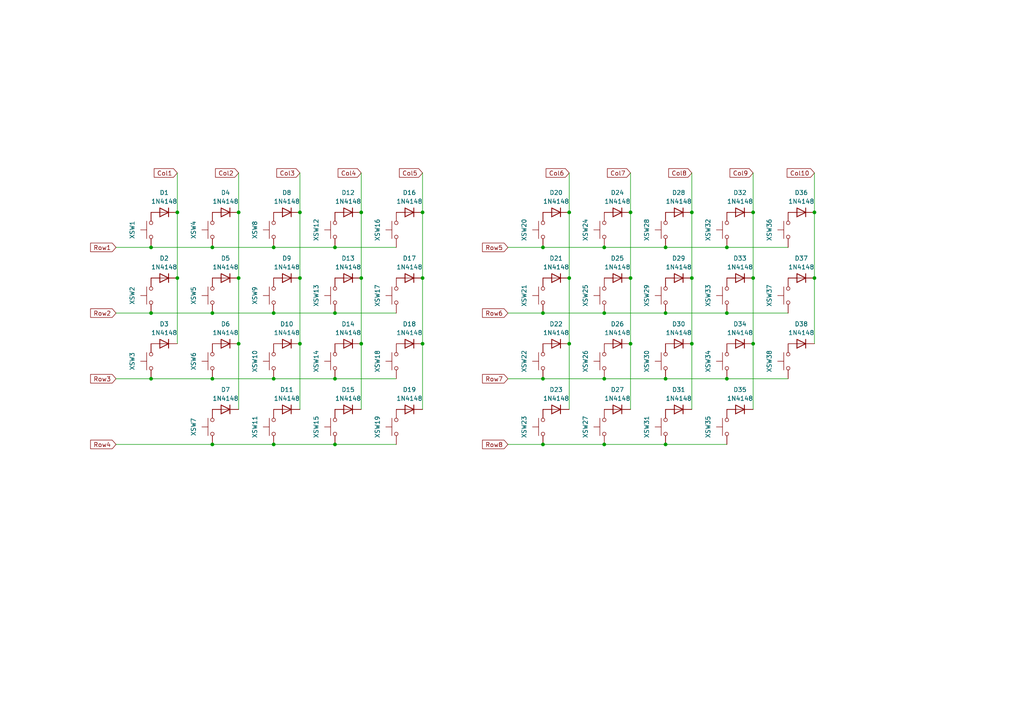
<source format=kicad_sch>
(kicad_sch (version 20230121) (generator eeschema)

  (uuid 582bc14a-ddb0-4d32-9b53-0945332e2840)

  (paper "A4")

  (title_block
    (title "chicklet")
    (date "2023-11-24")
    (rev "3")
    (company "EggsWorks, LLC")
    (comment 1 "github.com/eggsworks/chicklet")
    (comment 2 "a 38-key low profile split keyboard")
    (comment 3 "chicklet v1")
  )

  (lib_symbols
    (symbol "Diode:1N4148" (pin_numbers hide) (pin_names hide) (in_bom yes) (on_board yes)
      (property "Reference" "D" (at 0 2.54 0)
        (effects (font (size 1.27 1.27)))
      )
      (property "Value" "1N4148" (at 0 -2.54 0)
        (effects (font (size 1.27 1.27)))
      )
      (property "Footprint" "Diode_THT:D_DO-35_SOD27_P7.62mm_Horizontal" (at 0 0 0)
        (effects (font (size 1.27 1.27)) hide)
      )
      (property "Datasheet" "https://assets.nexperia.com/documents/data-sheet/1N4148_1N4448.pdf" (at 0 0 0)
        (effects (font (size 1.27 1.27)) hide)
      )
      (property "Sim.Device" "D" (at 0 0 0)
        (effects (font (size 1.27 1.27)) hide)
      )
      (property "Sim.Pins" "1=K 2=A" (at 0 0 0)
        (effects (font (size 1.27 1.27)) hide)
      )
      (property "ki_keywords" "diode" (at 0 0 0)
        (effects (font (size 1.27 1.27)) hide)
      )
      (property "ki_description" "100V 0.15A standard switching diode, DO-35" (at 0 0 0)
        (effects (font (size 1.27 1.27)) hide)
      )
      (property "ki_fp_filters" "D*DO?35*" (at 0 0 0)
        (effects (font (size 1.27 1.27)) hide)
      )
      (symbol "1N4148_0_1"
        (polyline
          (pts
            (xy -1.27 1.27)
            (xy -1.27 -1.27)
          )
          (stroke (width 0.254) (type default))
          (fill (type none))
        )
        (polyline
          (pts
            (xy 1.27 0)
            (xy -1.27 0)
          )
          (stroke (width 0) (type default))
          (fill (type none))
        )
        (polyline
          (pts
            (xy 1.27 1.27)
            (xy 1.27 -1.27)
            (xy -1.27 0)
            (xy 1.27 1.27)
          )
          (stroke (width 0.254) (type default))
          (fill (type none))
        )
      )
      (symbol "1N4148_1_1"
        (pin passive line (at -3.81 0 0) (length 2.54)
          (name "K" (effects (font (size 1.27 1.27))))
          (number "1" (effects (font (size 1.27 1.27))))
        )
        (pin passive line (at 3.81 0 180) (length 2.54)
          (name "A" (effects (font (size 1.27 1.27))))
          (number "2" (effects (font (size 1.27 1.27))))
        )
      )
    )
    (symbol "Switch:SW_Push" (pin_numbers hide) (pin_names (offset 1.016) hide) (in_bom yes) (on_board yes)
      (property "Reference" "SW" (at 1.27 2.54 0)
        (effects (font (size 1.27 1.27)) (justify left))
      )
      (property "Value" "SW_Push" (at 0 -1.524 0)
        (effects (font (size 1.27 1.27)))
      )
      (property "Footprint" "" (at 0 5.08 0)
        (effects (font (size 1.27 1.27)) hide)
      )
      (property "Datasheet" "~" (at 0 5.08 0)
        (effects (font (size 1.27 1.27)) hide)
      )
      (property "ki_keywords" "switch normally-open pushbutton push-button" (at 0 0 0)
        (effects (font (size 1.27 1.27)) hide)
      )
      (property "ki_description" "Push button switch, generic, two pins" (at 0 0 0)
        (effects (font (size 1.27 1.27)) hide)
      )
      (symbol "SW_Push_0_1"
        (circle (center -2.032 0) (radius 0.508)
          (stroke (width 0) (type default))
          (fill (type none))
        )
        (polyline
          (pts
            (xy 0 1.27)
            (xy 0 3.048)
          )
          (stroke (width 0) (type default))
          (fill (type none))
        )
        (polyline
          (pts
            (xy 2.54 1.27)
            (xy -2.54 1.27)
          )
          (stroke (width 0) (type default))
          (fill (type none))
        )
        (circle (center 2.032 0) (radius 0.508)
          (stroke (width 0) (type default))
          (fill (type none))
        )
        (pin passive line (at -5.08 0 0) (length 2.54)
          (name "1" (effects (font (size 1.27 1.27))))
          (number "1" (effects (font (size 1.27 1.27))))
        )
        (pin passive line (at 5.08 0 180) (length 2.54)
          (name "2" (effects (font (size 1.27 1.27))))
          (number "2" (effects (font (size 1.27 1.27))))
        )
      )
    )
  )

  (junction (at 97.155 128.905) (diameter 0) (color 0 0 0 0)
    (uuid 025ef33e-4b9a-4361-8ab9-38a522d24ffd)
  )
  (junction (at 122.555 99.695) (diameter 0) (color 0 0 0 0)
    (uuid 04f6df59-94fc-4eba-a2e7-afa111f5ce11)
  )
  (junction (at 97.155 90.805) (diameter 0) (color 0 0 0 0)
    (uuid 0a8ac7de-56e6-4d36-8f5e-0b036176ed7a)
  )
  (junction (at 43.815 90.805) (diameter 0) (color 0 0 0 0)
    (uuid 0dfb11de-dd3f-4af9-b000-b024e89847fe)
  )
  (junction (at 218.44 80.645) (diameter 0) (color 0 0 0 0)
    (uuid 0f8d5ef2-6364-440a-94b0-8a517bc325a1)
  )
  (junction (at 210.82 71.755) (diameter 0) (color 0 0 0 0)
    (uuid 0fee9d43-c620-45de-9482-cc4394c5632e)
  )
  (junction (at 236.22 61.595) (diameter 0) (color 0 0 0 0)
    (uuid 10584856-6c6b-463f-88ae-9add81c314fe)
  )
  (junction (at 69.215 99.695) (diameter 0) (color 0 0 0 0)
    (uuid 14a727e3-11e7-4392-b1db-62c69f24e797)
  )
  (junction (at 175.26 90.805) (diameter 0) (color 0 0 0 0)
    (uuid 1c0c717b-d3a3-4bec-b207-adfb9b58221a)
  )
  (junction (at 69.215 80.645) (diameter 0) (color 0 0 0 0)
    (uuid 1c3132de-4eed-497b-b816-bc527d87d2b2)
  )
  (junction (at 236.22 80.645) (diameter 0) (color 0 0 0 0)
    (uuid 2eed8ce2-8623-4b64-9ac9-223c8dccc0af)
  )
  (junction (at 104.775 80.645) (diameter 0) (color 0 0 0 0)
    (uuid 320483d5-3ad7-4aac-a411-5bd73421a3d3)
  )
  (junction (at 175.26 128.905) (diameter 0) (color 0 0 0 0)
    (uuid 32a0711b-5bd7-43ee-8f43-3078d7ccf46b)
  )
  (junction (at 79.375 71.755) (diameter 0) (color 0 0 0 0)
    (uuid 39bf1701-d304-46a4-a1c2-86e1c55a393b)
  )
  (junction (at 61.595 71.755) (diameter 0) (color 0 0 0 0)
    (uuid 430dcdc4-999d-45cb-b2c0-b201e2a4f3a4)
  )
  (junction (at 104.775 61.595) (diameter 0) (color 0 0 0 0)
    (uuid 48b022fb-146c-4912-83da-9815cec7a40d)
  )
  (junction (at 157.48 109.855) (diameter 0) (color 0 0 0 0)
    (uuid 4b6af6a7-bc87-4bdd-899b-009420b77c56)
  )
  (junction (at 200.66 61.595) (diameter 0) (color 0 0 0 0)
    (uuid 4d04fbf3-b0be-4e40-8602-a8701fb040bb)
  )
  (junction (at 61.595 90.805) (diameter 0) (color 0 0 0 0)
    (uuid 4ff5e00f-c576-4a5e-8540-f7d4b832c620)
  )
  (junction (at 97.155 109.855) (diameter 0) (color 0 0 0 0)
    (uuid 52e0c31f-987b-4cdb-970d-6b03000d4190)
  )
  (junction (at 79.375 90.805) (diameter 0) (color 0 0 0 0)
    (uuid 55ec9c0a-ff6b-44fb-8949-552a1d7388ed)
  )
  (junction (at 182.88 99.695) (diameter 0) (color 0 0 0 0)
    (uuid 5ab0279c-32b6-4736-bd93-39aa2b87b5ab)
  )
  (junction (at 104.775 99.695) (diameter 0) (color 0 0 0 0)
    (uuid 65ecb5f3-385c-452a-98be-d39e63fb887b)
  )
  (junction (at 165.1 61.595) (diameter 0) (color 0 0 0 0)
    (uuid 6d10fd3a-10b7-491a-987c-51a60320b5da)
  )
  (junction (at 97.155 71.755) (diameter 0) (color 0 0 0 0)
    (uuid 6d7b3a5c-56e1-4c6d-a0a3-5e41a9c4b236)
  )
  (junction (at 165.1 80.645) (diameter 0) (color 0 0 0 0)
    (uuid 8463fc40-62be-4f90-a2fe-ffae0564085c)
  )
  (junction (at 182.88 61.595) (diameter 0) (color 0 0 0 0)
    (uuid 8d38c11b-a827-4411-9985-03e7217c8c57)
  )
  (junction (at 122.555 80.645) (diameter 0) (color 0 0 0 0)
    (uuid 91506ff7-67a0-4518-871b-4ab16571c2d1)
  )
  (junction (at 200.66 99.695) (diameter 0) (color 0 0 0 0)
    (uuid 95021487-a171-4657-88e3-944d25edf371)
  )
  (junction (at 61.595 128.905) (diameter 0) (color 0 0 0 0)
    (uuid 9fc19a7b-8168-4647-aa18-384565e4f7f8)
  )
  (junction (at 210.82 90.805) (diameter 0) (color 0 0 0 0)
    (uuid a06bb3a6-2772-45e9-83b1-fbde742fc636)
  )
  (junction (at 200.66 80.645) (diameter 0) (color 0 0 0 0)
    (uuid a9c71177-eee9-4aef-adbc-ec6f3e56abae)
  )
  (junction (at 193.04 71.755) (diameter 0) (color 0 0 0 0)
    (uuid ac4f16be-7784-4822-946e-003cb0435e95)
  )
  (junction (at 175.26 109.855) (diameter 0) (color 0 0 0 0)
    (uuid adf62eb3-ee79-41f9-9b7e-61e6551748b9)
  )
  (junction (at 86.995 80.645) (diameter 0) (color 0 0 0 0)
    (uuid aeb3b6b2-0e7c-4ad8-8dfe-e5ea667d36e5)
  )
  (junction (at 86.995 61.595) (diameter 0) (color 0 0 0 0)
    (uuid af714f0e-1c44-438b-b5cb-b6a01e63c8ed)
  )
  (junction (at 218.44 99.695) (diameter 0) (color 0 0 0 0)
    (uuid b0cec25e-b633-4d81-bd46-1ed99cafbac6)
  )
  (junction (at 122.555 61.595) (diameter 0) (color 0 0 0 0)
    (uuid b6534c97-d957-4f7a-a9bf-fd5aefef1962)
  )
  (junction (at 218.44 61.595) (diameter 0) (color 0 0 0 0)
    (uuid be6b312c-f0c7-41f1-89c2-7d115dac9261)
  )
  (junction (at 43.815 71.755) (diameter 0) (color 0 0 0 0)
    (uuid c57a24a2-a422-4381-8891-6165315fc604)
  )
  (junction (at 193.04 128.905) (diameter 0) (color 0 0 0 0)
    (uuid cff1c0bd-ccb7-49d6-86d2-0e84b8b811d1)
  )
  (junction (at 43.815 109.855) (diameter 0) (color 0 0 0 0)
    (uuid d227f08d-b347-4607-8f4c-788c72be3b79)
  )
  (junction (at 86.995 99.695) (diameter 0) (color 0 0 0 0)
    (uuid d35b1ccf-5d7c-4055-be68-f789e6cc23cb)
  )
  (junction (at 61.595 109.855) (diameter 0) (color 0 0 0 0)
    (uuid d5b871ee-aaf4-4bc4-a8c4-9e1b026ff5ff)
  )
  (junction (at 165.1 99.695) (diameter 0) (color 0 0 0 0)
    (uuid d8d50436-afa7-4375-8092-7aa6a5698c73)
  )
  (junction (at 182.88 80.645) (diameter 0) (color 0 0 0 0)
    (uuid d97c2ab5-483c-43d8-92d8-a392ec14f0ce)
  )
  (junction (at 79.375 128.905) (diameter 0) (color 0 0 0 0)
    (uuid dfd43009-d55b-4ff1-a4db-6e649304235e)
  )
  (junction (at 51.435 61.595) (diameter 0) (color 0 0 0 0)
    (uuid e024eadf-af84-4705-9aa1-5fcf410088c8)
  )
  (junction (at 210.82 109.855) (diameter 0) (color 0 0 0 0)
    (uuid e22a4a29-1d26-4076-92bb-c641045f99d0)
  )
  (junction (at 193.04 109.855) (diameter 0) (color 0 0 0 0)
    (uuid e75f7879-96c6-4fd5-9353-64e82771f45c)
  )
  (junction (at 157.48 71.755) (diameter 0) (color 0 0 0 0)
    (uuid ec108188-7d9e-4058-85c0-316d829287bb)
  )
  (junction (at 69.215 61.595) (diameter 0) (color 0 0 0 0)
    (uuid ecdc69b2-9d83-4f49-9993-17bf98a02c6b)
  )
  (junction (at 79.375 109.855) (diameter 0) (color 0 0 0 0)
    (uuid f0ab6f3a-287b-467c-84eb-f929d5625a10)
  )
  (junction (at 157.48 90.805) (diameter 0) (color 0 0 0 0)
    (uuid f42a230d-4320-48f9-a364-5bac247bae02)
  )
  (junction (at 175.26 71.755) (diameter 0) (color 0 0 0 0)
    (uuid f7afb581-4e84-4f7f-881e-c6838692a04f)
  )
  (junction (at 51.435 80.645) (diameter 0) (color 0 0 0 0)
    (uuid f87d4788-7d03-4b7f-87bb-39999b167b7f)
  )
  (junction (at 193.04 90.805) (diameter 0) (color 0 0 0 0)
    (uuid fb45a952-89a0-4045-a1d1-b83a9c5166ad)
  )
  (junction (at 157.48 128.905) (diameter 0) (color 0 0 0 0)
    (uuid fc5126f1-b30d-466a-af2a-1614acabc0dd)
  )

  (wire (pts (xy 157.48 90.805) (xy 175.26 90.805))
    (stroke (width 0) (type default))
    (uuid 00db8688-b547-410f-a31f-c8176aedf698)
  )
  (wire (pts (xy 79.375 90.805) (xy 97.155 90.805))
    (stroke (width 0) (type default))
    (uuid 01832d9f-3bf8-4675-b994-c136b039dd03)
  )
  (wire (pts (xy 104.775 99.695) (xy 104.775 118.745))
    (stroke (width 0) (type default))
    (uuid 038c2516-3890-49b8-944f-37b1598bfe81)
  )
  (wire (pts (xy 122.555 99.695) (xy 122.555 118.745))
    (stroke (width 0) (type default))
    (uuid 05248cff-40a1-4752-98ec-67e09cee810a)
  )
  (wire (pts (xy 175.26 90.805) (xy 193.04 90.805))
    (stroke (width 0) (type default))
    (uuid 07db2f74-89e2-4c58-9b6f-518e2b62ea62)
  )
  (wire (pts (xy 104.775 50.165) (xy 104.775 61.595))
    (stroke (width 0) (type default))
    (uuid 0e855a1b-990d-40bf-965b-7da4b0446fa4)
  )
  (wire (pts (xy 182.88 50.165) (xy 182.88 61.595))
    (stroke (width 0) (type default))
    (uuid 17a96055-cb5f-4a2c-a52a-812c43f59f05)
  )
  (wire (pts (xy 236.22 50.165) (xy 236.22 61.595))
    (stroke (width 0) (type default))
    (uuid 18790faa-bda3-4443-96fb-592bc30756a2)
  )
  (wire (pts (xy 147.32 71.755) (xy 157.48 71.755))
    (stroke (width 0) (type default))
    (uuid 1a37b8c8-e99b-4b82-a6ee-ba035bcde5e2)
  )
  (wire (pts (xy 79.375 71.755) (xy 97.155 71.755))
    (stroke (width 0) (type default))
    (uuid 1b5cb86e-c92a-4803-9e6b-b2fc72ba811b)
  )
  (wire (pts (xy 61.595 90.805) (xy 79.375 90.805))
    (stroke (width 0) (type default))
    (uuid 21a0030f-71bd-4996-a40b-8a79026c3caa)
  )
  (wire (pts (xy 165.1 99.695) (xy 165.1 118.745))
    (stroke (width 0) (type default))
    (uuid 22c2e085-72a0-4b48-96b5-b2bfd925c6c5)
  )
  (wire (pts (xy 79.375 128.905) (xy 97.155 128.905))
    (stroke (width 0) (type default))
    (uuid 24c690d5-9cea-470e-b99d-3b9f57eeb8c6)
  )
  (wire (pts (xy 200.66 50.165) (xy 200.66 61.595))
    (stroke (width 0) (type default))
    (uuid 27a0203a-b656-4ae7-89a8-efe91a4d5419)
  )
  (wire (pts (xy 193.04 109.855) (xy 210.82 109.855))
    (stroke (width 0) (type default))
    (uuid 27b46368-6ce6-476c-ae18-0adf18a3dace)
  )
  (wire (pts (xy 122.555 80.645) (xy 122.555 99.695))
    (stroke (width 0) (type default))
    (uuid 29f1494a-31b6-44c6-b1e2-aef588efb9a8)
  )
  (wire (pts (xy 33.655 128.905) (xy 61.595 128.905))
    (stroke (width 0) (type default))
    (uuid 2c06f141-1703-4ae6-b2c5-bfd36c34b4eb)
  )
  (wire (pts (xy 193.04 128.905) (xy 210.82 128.905))
    (stroke (width 0) (type default))
    (uuid 2d22084a-8f30-42af-9a0f-cf77be0d20f1)
  )
  (wire (pts (xy 33.655 90.805) (xy 43.815 90.805))
    (stroke (width 0) (type default))
    (uuid 31569c94-40fe-4478-a2a0-65802061ee76)
  )
  (wire (pts (xy 86.995 99.695) (xy 86.995 118.745))
    (stroke (width 0) (type default))
    (uuid 326e43d7-3b18-49d4-8fb5-531cbbb26e42)
  )
  (wire (pts (xy 147.32 90.805) (xy 157.48 90.805))
    (stroke (width 0) (type default))
    (uuid 32e4eb7a-0450-416b-ab89-53c5e89e866e)
  )
  (wire (pts (xy 97.155 109.855) (xy 114.935 109.855))
    (stroke (width 0) (type default))
    (uuid 34c68b6b-3e31-4589-a8b1-1bd04a86f916)
  )
  (wire (pts (xy 147.32 128.905) (xy 157.48 128.905))
    (stroke (width 0) (type default))
    (uuid 3851683d-bea6-47ba-9c2f-6a7fe86a28b6)
  )
  (wire (pts (xy 122.555 50.165) (xy 122.555 61.595))
    (stroke (width 0) (type default))
    (uuid 3d217430-3e54-4a57-983f-51aab6284bcb)
  )
  (wire (pts (xy 210.82 71.755) (xy 228.6 71.755))
    (stroke (width 0) (type default))
    (uuid 3d91a3df-c9a7-4703-80a5-f5624fb87296)
  )
  (wire (pts (xy 33.655 109.855) (xy 43.815 109.855))
    (stroke (width 0) (type default))
    (uuid 3f690ce5-b005-4a53-b7d5-c2d3c6967c51)
  )
  (wire (pts (xy 69.215 50.165) (xy 69.215 61.595))
    (stroke (width 0) (type default))
    (uuid 4038e79d-34cd-4a51-8f68-55f141a8d3ac)
  )
  (wire (pts (xy 193.04 90.805) (xy 210.82 90.805))
    (stroke (width 0) (type default))
    (uuid 407f49db-ee97-4e1e-aa6b-d7d6a46a2733)
  )
  (wire (pts (xy 104.775 80.645) (xy 104.775 99.695))
    (stroke (width 0) (type default))
    (uuid 462c91bc-2c08-43f2-9936-814af91b11a8)
  )
  (wire (pts (xy 79.375 109.855) (xy 97.155 109.855))
    (stroke (width 0) (type default))
    (uuid 47d0f68c-2f6a-4f1a-8e70-90cc95ff59a4)
  )
  (wire (pts (xy 43.815 109.855) (xy 61.595 109.855))
    (stroke (width 0) (type default))
    (uuid 4b17c899-e362-4013-b093-d4030f95893a)
  )
  (wire (pts (xy 236.22 80.645) (xy 236.22 99.695))
    (stroke (width 0) (type default))
    (uuid 4fd230e6-417a-407c-966e-2f6729e2dd5c)
  )
  (wire (pts (xy 43.815 90.805) (xy 61.595 90.805))
    (stroke (width 0) (type default))
    (uuid 51f42c3d-152e-4c53-b229-9ee69a6460e9)
  )
  (wire (pts (xy 61.595 71.755) (xy 79.375 71.755))
    (stroke (width 0) (type default))
    (uuid 53c18f2c-4110-4527-ada5-0c18f0e09aa7)
  )
  (wire (pts (xy 165.1 61.595) (xy 165.1 80.645))
    (stroke (width 0) (type default))
    (uuid 573b7b12-c4eb-4e34-af6e-5aa3ecdf71ac)
  )
  (wire (pts (xy 86.995 61.595) (xy 86.995 80.645))
    (stroke (width 0) (type default))
    (uuid 5806dcc9-73ae-42d0-9407-b522acbc1c83)
  )
  (wire (pts (xy 236.22 61.595) (xy 236.22 80.645))
    (stroke (width 0) (type default))
    (uuid 5dfe02f1-9f9d-43c2-a028-f3b1ef438f5c)
  )
  (wire (pts (xy 147.32 109.855) (xy 157.48 109.855))
    (stroke (width 0) (type default))
    (uuid 62618aa0-9552-4a74-b25c-bcec75a7f70c)
  )
  (wire (pts (xy 97.155 71.755) (xy 114.935 71.755))
    (stroke (width 0) (type default))
    (uuid 642cef05-6bbc-4761-ab61-f31f53919956)
  )
  (wire (pts (xy 193.04 71.755) (xy 210.82 71.755))
    (stroke (width 0) (type default))
    (uuid 67b49da8-c206-49c5-9c76-a02f949ffc10)
  )
  (wire (pts (xy 175.26 128.905) (xy 193.04 128.905))
    (stroke (width 0) (type default))
    (uuid 69bd7a21-f92b-4961-a67a-c54141d84b64)
  )
  (wire (pts (xy 218.44 99.695) (xy 218.44 118.745))
    (stroke (width 0) (type default))
    (uuid 70083605-35f6-4695-98e0-4bd706b0f373)
  )
  (wire (pts (xy 97.155 90.805) (xy 114.935 90.805))
    (stroke (width 0) (type default))
    (uuid 7150c820-3099-43ca-9fd7-cbcb4494d128)
  )
  (wire (pts (xy 43.815 71.755) (xy 61.595 71.755))
    (stroke (width 0) (type default))
    (uuid 73bb8733-2fe5-4481-9328-6bec4f4b33b8)
  )
  (wire (pts (xy 122.555 61.595) (xy 122.555 80.645))
    (stroke (width 0) (type default))
    (uuid 76f28562-c2b2-4699-89e0-396893b55e43)
  )
  (wire (pts (xy 33.655 71.755) (xy 43.815 71.755))
    (stroke (width 0) (type default))
    (uuid 7ad7bf5b-7a3e-4aa2-a8f9-4aa87597ffc7)
  )
  (wire (pts (xy 104.775 61.595) (xy 104.775 80.645))
    (stroke (width 0) (type default))
    (uuid 7b5e3e9b-aed5-4ce2-86d4-2bc2a6a933d3)
  )
  (wire (pts (xy 200.66 61.595) (xy 200.66 80.645))
    (stroke (width 0) (type default))
    (uuid 8400abcb-20be-4577-8534-fad4699c82c3)
  )
  (wire (pts (xy 218.44 80.645) (xy 218.44 99.695))
    (stroke (width 0) (type default))
    (uuid 84a85740-001e-4ac5-a5c0-3c8c1e517b1f)
  )
  (wire (pts (xy 157.48 128.905) (xy 175.26 128.905))
    (stroke (width 0) (type default))
    (uuid 84c05a48-1ca5-47df-8bc5-4397aa3026dd)
  )
  (wire (pts (xy 61.595 128.905) (xy 79.375 128.905))
    (stroke (width 0) (type default))
    (uuid 8690a1ec-b8c4-42ba-87dd-1f3311ea72b0)
  )
  (wire (pts (xy 157.48 109.855) (xy 175.26 109.855))
    (stroke (width 0) (type default))
    (uuid 88685225-7f39-49ae-abe4-8b79c92f2edf)
  )
  (wire (pts (xy 200.66 80.645) (xy 200.66 99.695))
    (stroke (width 0) (type default))
    (uuid 898c6474-5129-4037-9c4b-e76d1aedc0ef)
  )
  (wire (pts (xy 182.88 99.695) (xy 182.88 118.745))
    (stroke (width 0) (type default))
    (uuid 9016aa37-9654-40bc-9e85-61b83dde4f24)
  )
  (wire (pts (xy 97.155 128.905) (xy 114.935 128.905))
    (stroke (width 0) (type default))
    (uuid 91aed2f6-3de6-4b95-86c4-59e7786d4d83)
  )
  (wire (pts (xy 175.26 71.755) (xy 193.04 71.755))
    (stroke (width 0) (type default))
    (uuid 9931e808-6ea8-43b1-80e4-7df83e0e6956)
  )
  (wire (pts (xy 210.82 109.855) (xy 228.6 109.855))
    (stroke (width 0) (type default))
    (uuid ad911f01-29da-4855-ad98-3d255e5765f9)
  )
  (wire (pts (xy 69.215 61.595) (xy 69.215 80.645))
    (stroke (width 0) (type default))
    (uuid adf872f7-c500-4110-b44e-227a50585700)
  )
  (wire (pts (xy 175.26 109.855) (xy 193.04 109.855))
    (stroke (width 0) (type default))
    (uuid b0570b0d-a386-44aa-a5df-2bd297401236)
  )
  (wire (pts (xy 165.1 50.165) (xy 165.1 61.595))
    (stroke (width 0) (type default))
    (uuid b1934017-d39b-4127-9784-4c1b4a1e9166)
  )
  (wire (pts (xy 218.44 50.165) (xy 218.44 61.595))
    (stroke (width 0) (type default))
    (uuid b2081067-a753-4958-be08-d7cf824dfba7)
  )
  (wire (pts (xy 86.995 80.645) (xy 86.995 99.695))
    (stroke (width 0) (type default))
    (uuid b2bc1e51-0781-4225-b816-524f5a76e042)
  )
  (wire (pts (xy 182.88 80.645) (xy 182.88 99.695))
    (stroke (width 0) (type default))
    (uuid b695f851-965d-4559-988a-1b17230ec509)
  )
  (wire (pts (xy 200.66 99.695) (xy 200.66 118.745))
    (stroke (width 0) (type default))
    (uuid c0e06d31-950a-47c9-afd2-077de12565ab)
  )
  (wire (pts (xy 51.435 61.595) (xy 51.435 80.645))
    (stroke (width 0) (type default))
    (uuid c78827e2-091c-4c83-8d10-6a0d1550d0e7)
  )
  (wire (pts (xy 51.435 80.645) (xy 51.435 99.695))
    (stroke (width 0) (type default))
    (uuid e11c735a-410c-4e5a-8228-b6a1e851658f)
  )
  (wire (pts (xy 61.595 109.855) (xy 79.375 109.855))
    (stroke (width 0) (type default))
    (uuid e46cc9fb-c613-4f7a-a721-709ef602ce12)
  )
  (wire (pts (xy 86.995 50.165) (xy 86.995 61.595))
    (stroke (width 0) (type default))
    (uuid e6f5e8a7-6989-4100-9ba1-4279c60598d2)
  )
  (wire (pts (xy 218.44 61.595) (xy 218.44 80.645))
    (stroke (width 0) (type default))
    (uuid e7ece17a-65f7-49f9-98a0-9e95b974ccf6)
  )
  (wire (pts (xy 51.435 50.165) (xy 51.435 61.595))
    (stroke (width 0) (type default))
    (uuid ee2b9232-91e8-44f2-b314-f6c92ba81812)
  )
  (wire (pts (xy 69.215 80.645) (xy 69.215 99.695))
    (stroke (width 0) (type default))
    (uuid f10e8457-3884-4064-85d0-03c7197891c1)
  )
  (wire (pts (xy 210.82 90.805) (xy 228.6 90.805))
    (stroke (width 0) (type default))
    (uuid f6875638-7c58-4b73-827e-963cd2131a5d)
  )
  (wire (pts (xy 165.1 80.645) (xy 165.1 99.695))
    (stroke (width 0) (type default))
    (uuid f903252a-e9ea-4f49-ace6-353e224dd0fe)
  )
  (wire (pts (xy 182.88 61.595) (xy 182.88 80.645))
    (stroke (width 0) (type default))
    (uuid fd35835c-8762-41b0-a9e7-636752a5bc20)
  )
  (wire (pts (xy 69.215 99.695) (xy 69.215 118.745))
    (stroke (width 0) (type default))
    (uuid fe693e6e-2070-47b5-85b3-f4ab141f478c)
  )
  (wire (pts (xy 157.48 71.755) (xy 175.26 71.755))
    (stroke (width 0) (type default))
    (uuid fef4adcf-ce5e-4fb0-a13e-344b9eacccdf)
  )

  (global_label "Col3" (shape input) (at 86.995 50.165 180) (fields_autoplaced)
    (effects (font (size 1.27 1.27)) (justify right))
    (uuid 03b0b054-64c2-49e2-a3c0-4e8f196ad75e)
    (property "Intersheetrefs" "${INTERSHEET_REFS}" (at -140.335 33.655 0)
      (effects (font (size 1.27 1.27)) hide)
    )
  )
  (global_label "Row4" (shape input) (at 33.655 128.905 180) (fields_autoplaced)
    (effects (font (size 1.27 1.27)) (justify right))
    (uuid 05fda8d7-4cfd-44b1-b2ae-d461925aad39)
    (property "Intersheetrefs" "${INTERSHEET_REFS}" (at 26.365 128.905 0)
      (effects (font (size 1.27 1.27)) (justify right) hide)
    )
  )
  (global_label "Col4" (shape input) (at 104.775 50.165 180) (fields_autoplaced)
    (effects (font (size 1.27 1.27)) (justify right))
    (uuid 249f4a34-cd1a-471f-bac2-96ab7ec1a362)
    (property "Intersheetrefs" "${INTERSHEET_REFS}" (at -140.335 33.655 0)
      (effects (font (size 1.27 1.27)) hide)
    )
  )
  (global_label "Col6" (shape input) (at 165.1 50.165 180) (fields_autoplaced)
    (effects (font (size 1.27 1.27)) (justify right))
    (uuid 36b43e4f-357c-43a1-8d53-0daf5f307cca)
    (property "Intersheetrefs" "${INTERSHEET_REFS}" (at 158.4753 50.165 0)
      (effects (font (size 1.27 1.27)) (justify right) hide)
    )
  )
  (global_label "Row7" (shape input) (at 147.32 109.855 180) (fields_autoplaced)
    (effects (font (size 1.27 1.27)) (justify right))
    (uuid 3a445fea-647b-4089-b7a6-0ae93aa5118b)
    (property "Intersheetrefs" "${INTERSHEET_REFS}" (at 140.03 109.855 0)
      (effects (font (size 1.27 1.27)) (justify right) hide)
    )
  )
  (global_label "Row6" (shape input) (at 147.32 90.805 180) (fields_autoplaced)
    (effects (font (size 1.27 1.27)) (justify right))
    (uuid 4beceb6f-3efa-4a66-b500-27c5c5194a1f)
    (property "Intersheetrefs" "${INTERSHEET_REFS}" (at 140.03 90.805 0)
      (effects (font (size 1.27 1.27)) (justify right) hide)
    )
  )
  (global_label "Row8" (shape input) (at 147.32 128.905 180) (fields_autoplaced)
    (effects (font (size 1.27 1.27)) (justify right))
    (uuid 5697111e-89a2-48af-8070-1c24b7bf465e)
    (property "Intersheetrefs" "${INTERSHEET_REFS}" (at 140.03 128.905 0)
      (effects (font (size 1.27 1.27)) (justify right) hide)
    )
  )
  (global_label "Row5" (shape input) (at 147.32 71.755 180) (fields_autoplaced)
    (effects (font (size 1.27 1.27)) (justify right))
    (uuid 5ec358c8-55be-4f69-8235-36535b41cebf)
    (property "Intersheetrefs" "${INTERSHEET_REFS}" (at 140.03 71.755 0)
      (effects (font (size 1.27 1.27)) (justify right) hide)
    )
  )
  (global_label "Row3" (shape input) (at 33.655 109.855 180) (fields_autoplaced)
    (effects (font (size 1.27 1.27)) (justify right))
    (uuid 79804d54-20bf-4010-ad72-93ce8232eb73)
    (property "Intersheetrefs" "${INTERSHEET_REFS}" (at 26.365 109.855 0)
      (effects (font (size 1.27 1.27)) (justify right) hide)
    )
  )
  (global_label "Col9" (shape input) (at 218.44 50.165 180) (fields_autoplaced)
    (effects (font (size 1.27 1.27)) (justify right))
    (uuid 88d01fbb-b43c-4f80-a0e2-f23fe9abcc08)
    (property "Intersheetrefs" "${INTERSHEET_REFS}" (at 211.8153 50.165 0)
      (effects (font (size 1.27 1.27)) (justify right) hide)
    )
  )
  (global_label "Row2" (shape input) (at 33.655 90.805 180) (fields_autoplaced)
    (effects (font (size 1.27 1.27)) (justify right))
    (uuid 985783d3-3d3e-4a7e-b8c2-4b915e6a0320)
    (property "Intersheetrefs" "${INTERSHEET_REFS}" (at 26.365 90.805 0)
      (effects (font (size 1.27 1.27)) (justify right) hide)
    )
  )
  (global_label "Col5" (shape input) (at 122.555 50.165 180) (fields_autoplaced)
    (effects (font (size 1.27 1.27)) (justify right))
    (uuid aa4c4c6a-4ff5-438b-b329-ae45dc88e3f8)
    (property "Intersheetrefs" "${INTERSHEET_REFS}" (at -140.335 33.655 0)
      (effects (font (size 1.27 1.27)) hide)
    )
  )
  (global_label "Row1" (shape input) (at 33.655 71.755 180) (fields_autoplaced)
    (effects (font (size 1.27 1.27)) (justify right))
    (uuid bb5e8287-42f3-46a5-9bce-a5a116632fb5)
    (property "Intersheetrefs" "${INTERSHEET_REFS}" (at 26.365 71.755 0)
      (effects (font (size 1.27 1.27)) (justify right) hide)
    )
  )
  (global_label "Col8" (shape input) (at 200.66 50.165 180) (fields_autoplaced)
    (effects (font (size 1.27 1.27)) (justify right))
    (uuid be17e4f6-9e10-4900-b247-23af348de6e2)
    (property "Intersheetrefs" "${INTERSHEET_REFS}" (at 194.0353 50.165 0)
      (effects (font (size 1.27 1.27)) (justify right) hide)
    )
  )
  (global_label "Col10" (shape input) (at 236.22 50.165 180) (fields_autoplaced)
    (effects (font (size 1.27 1.27)) (justify right))
    (uuid d81ec7d2-8617-43ab-9828-41d6f60b180a)
    (property "Intersheetrefs" "${INTERSHEET_REFS}" (at 228.3858 50.165 0)
      (effects (font (size 1.27 1.27)) (justify right) hide)
    )
  )
  (global_label "Col1" (shape input) (at 51.435 50.165 180) (fields_autoplaced)
    (effects (font (size 1.27 1.27)) (justify right))
    (uuid d9247bd8-7afe-46b7-935d-4626a3593b2a)
    (property "Intersheetrefs" "${INTERSHEET_REFS}" (at -140.335 33.655 0)
      (effects (font (size 1.27 1.27)) hide)
    )
  )
  (global_label "Col2" (shape input) (at 69.215 50.165 180) (fields_autoplaced)
    (effects (font (size 1.27 1.27)) (justify right))
    (uuid f521df40-587c-48fd-9af0-eaa98f67b98b)
    (property "Intersheetrefs" "${INTERSHEET_REFS}" (at -140.335 33.655 0)
      (effects (font (size 1.27 1.27)) hide)
    )
  )
  (global_label "Col7" (shape input) (at 182.88 50.165 180) (fields_autoplaced)
    (effects (font (size 1.27 1.27)) (justify right))
    (uuid f620ed0d-dc00-47f9-975c-eccbac2ebff8)
    (property "Intersheetrefs" "${INTERSHEET_REFS}" (at 176.2553 50.165 0)
      (effects (font (size 1.27 1.27)) (justify right) hide)
    )
  )

  (symbol (lib_id "Switch:SW_Push") (at 157.48 104.775 90) (unit 1)
    (in_bom yes) (on_board yes) (dnp no)
    (uuid 01e3b9b4-840d-47d0-acf3-d1b9b6413e51)
    (property "Reference" "XSW22" (at 152.019 104.775 0)
      (effects (font (size 1.27 1.27)))
    )
    (property "Value" "CPG135001S30 " (at 165.1 104.775 0)
      (effects (font (size 0.635 0.635)) hide)
    )
    (property "Footprint" "chicklet-v1:CPG135001S30" (at 152.4 104.775 0)
      (effects (font (size 1.27 1.27)) hide)
    )
    (property "Datasheet" "https://datasheet.lcsc.com/lcsc/2302252108_Kailh-CPG135001S30_C5333465.pdf" (at 152.4 104.775 0)
      (effects (font (size 1.27 1.27)) hide)
    )
    (pin "1" (uuid 4f9271f2-8c85-42b0-9efe-dd3f6fa4c77b))
    (pin "2" (uuid 2f4e6a84-851d-4345-ab00-d2379f48b938))
    (instances
      (project "chicklet-v1"
        (path "/d23fbe98-d5e8-4416-9535-f408b7add0ef/13f61260-a66d-4d77-8d94-845a8cf0c839"
          (reference "XSW22") (unit 1)
        )
      )
    )
  )

  (symbol (lib_id "Switch:SW_Push") (at 43.815 104.775 90) (unit 1)
    (in_bom yes) (on_board yes) (dnp no)
    (uuid 01fa9a8c-0a80-4d73-9cdc-67dbe5973ace)
    (property "Reference" "XSW3" (at 38.354 104.775 0)
      (effects (font (size 1.27 1.27)))
    )
    (property "Value" "CPG135001S30 " (at 51.435 104.775 0)
      (effects (font (size 0.635 0.635)) hide)
    )
    (property "Footprint" "chicklet-v1:CPG135001S30" (at 38.735 104.775 0)
      (effects (font (size 1.27 1.27)) hide)
    )
    (property "Datasheet" "https://datasheet.lcsc.com/lcsc/2302252108_Kailh-CPG135001S30_C5333465.pdf" (at 38.735 104.775 0)
      (effects (font (size 1.27 1.27)) hide)
    )
    (pin "1" (uuid 810d7073-62a2-4855-acb6-d91a99eeb73d))
    (pin "2" (uuid 4c366755-d099-4850-8fd3-b4dc5dbff0fd))
    (instances
      (project "chicklet-v1"
        (path "/d23fbe98-d5e8-4416-9535-f408b7add0ef/13f61260-a66d-4d77-8d94-845a8cf0c839"
          (reference "XSW3") (unit 1)
        )
      )
    )
  )

  (symbol (lib_id "Diode:1N4148") (at 100.965 118.745 180) (unit 1)
    (in_bom yes) (on_board yes) (dnp no) (fields_autoplaced)
    (uuid 084f9459-dddf-4f1d-80b3-196d048f862f)
    (property "Reference" "D15" (at 100.965 113.03 0)
      (effects (font (size 1.27 1.27)))
    )
    (property "Value" "1N4148" (at 100.965 115.57 0)
      (effects (font (size 1.27 1.27)))
    )
    (property "Footprint" "chicklet-v1:D_SOD-123" (at 100.965 118.745 0)
      (effects (font (size 1.27 1.27)) hide)
    )
    (property "Datasheet" "https://assets.nexperia.com/documents/data-sheet/1N4148_1N4448.pdf" (at 100.965 118.745 0)
      (effects (font (size 1.27 1.27)) hide)
    )
    (property "Sim.Device" "D" (at 100.965 118.745 0)
      (effects (font (size 1.27 1.27)) hide)
    )
    (property "Sim.Pins" "1=K 2=A" (at 100.965 118.745 0)
      (effects (font (size 1.27 1.27)) hide)
    )
    (pin "1" (uuid 10ae89c5-7980-4d75-a312-947bbea9407e))
    (pin "2" (uuid 9bd338c4-0e26-4b65-8ad1-0ee4b5ae6f8e))
    (instances
      (project "chicklet-v1"
        (path "/d23fbe98-d5e8-4416-9535-f408b7add0ef/13f61260-a66d-4d77-8d94-845a8cf0c839"
          (reference "D15") (unit 1)
        )
      )
    )
  )

  (symbol (lib_id "Diode:1N4148") (at 83.185 61.595 180) (unit 1)
    (in_bom yes) (on_board yes) (dnp no) (fields_autoplaced)
    (uuid 0b3eacae-7d6a-4176-baf3-2137edc1d70b)
    (property "Reference" "D8" (at 83.185 55.88 0)
      (effects (font (size 1.27 1.27)))
    )
    (property "Value" "1N4148" (at 83.185 58.42 0)
      (effects (font (size 1.27 1.27)))
    )
    (property "Footprint" "chicklet-v1:D_SOD-123" (at 83.185 61.595 0)
      (effects (font (size 1.27 1.27)) hide)
    )
    (property "Datasheet" "https://assets.nexperia.com/documents/data-sheet/1N4148_1N4448.pdf" (at 83.185 61.595 0)
      (effects (font (size 1.27 1.27)) hide)
    )
    (property "Sim.Device" "D" (at 83.185 61.595 0)
      (effects (font (size 1.27 1.27)) hide)
    )
    (property "Sim.Pins" "1=K 2=A" (at 83.185 61.595 0)
      (effects (font (size 1.27 1.27)) hide)
    )
    (pin "1" (uuid daec27e3-0bed-48fd-af25-cf39a55af35f))
    (pin "2" (uuid 73230e74-a8a7-4278-bb15-1fca2e8c0c7c))
    (instances
      (project "chicklet-v1"
        (path "/d23fbe98-d5e8-4416-9535-f408b7add0ef/13f61260-a66d-4d77-8d94-845a8cf0c839"
          (reference "D8") (unit 1)
        )
      )
    )
  )

  (symbol (lib_id "Diode:1N4148") (at 65.405 61.595 180) (unit 1)
    (in_bom yes) (on_board yes) (dnp no) (fields_autoplaced)
    (uuid 135f0102-ced7-4f46-90a5-8d1260a6c449)
    (property "Reference" "D4" (at 65.405 55.88 0)
      (effects (font (size 1.27 1.27)))
    )
    (property "Value" "1N4148" (at 65.405 58.42 0)
      (effects (font (size 1.27 1.27)))
    )
    (property "Footprint" "chicklet-v1:D_SOD-123" (at 65.405 61.595 0)
      (effects (font (size 1.27 1.27)) hide)
    )
    (property "Datasheet" "https://assets.nexperia.com/documents/data-sheet/1N4148_1N4448.pdf" (at 65.405 61.595 0)
      (effects (font (size 1.27 1.27)) hide)
    )
    (property "Sim.Device" "D" (at 65.405 61.595 0)
      (effects (font (size 1.27 1.27)) hide)
    )
    (property "Sim.Pins" "1=K 2=A" (at 65.405 61.595 0)
      (effects (font (size 1.27 1.27)) hide)
    )
    (pin "1" (uuid f23b6769-ef49-4fea-a151-e0130dd73196))
    (pin "2" (uuid 76b298a1-d0d8-429d-a0c7-1cd2f6fdce13))
    (instances
      (project "chicklet-v1"
        (path "/d23fbe98-d5e8-4416-9535-f408b7add0ef/13f61260-a66d-4d77-8d94-845a8cf0c839"
          (reference "D4") (unit 1)
        )
      )
    )
  )

  (symbol (lib_id "Diode:1N4148") (at 161.29 80.645 180) (unit 1)
    (in_bom yes) (on_board yes) (dnp no) (fields_autoplaced)
    (uuid 1e031d81-11ee-4343-9f3e-b9e0735c6f7f)
    (property "Reference" "D21" (at 161.29 74.93 0)
      (effects (font (size 1.27 1.27)))
    )
    (property "Value" "1N4148" (at 161.29 77.47 0)
      (effects (font (size 1.27 1.27)))
    )
    (property "Footprint" "chicklet-v1:D_SOD-123" (at 161.29 80.645 0)
      (effects (font (size 1.27 1.27)) hide)
    )
    (property "Datasheet" "https://assets.nexperia.com/documents/data-sheet/1N4148_1N4448.pdf" (at 161.29 80.645 0)
      (effects (font (size 1.27 1.27)) hide)
    )
    (property "Sim.Device" "D" (at 161.29 80.645 0)
      (effects (font (size 1.27 1.27)) hide)
    )
    (property "Sim.Pins" "1=K 2=A" (at 161.29 80.645 0)
      (effects (font (size 1.27 1.27)) hide)
    )
    (pin "1" (uuid 7d051c3a-b782-450b-84a5-58a79ebd0b43))
    (pin "2" (uuid b1fdde00-91ac-4167-ab10-d13c693c22d5))
    (instances
      (project "chicklet-v1"
        (path "/d23fbe98-d5e8-4416-9535-f408b7add0ef/13f61260-a66d-4d77-8d94-845a8cf0c839"
          (reference "D21") (unit 1)
        )
      )
    )
  )

  (symbol (lib_id "Switch:SW_Push") (at 193.04 104.775 90) (unit 1)
    (in_bom yes) (on_board yes) (dnp no)
    (uuid 1e8ffc2a-33fb-43c5-8b41-f4cec86f7866)
    (property "Reference" "XSW30" (at 187.579 104.775 0)
      (effects (font (size 1.27 1.27)))
    )
    (property "Value" "CPG135001S30 " (at 200.66 104.775 0)
      (effects (font (size 0.635 0.635)) hide)
    )
    (property "Footprint" "chicklet-v1:CPG135001S30" (at 187.96 104.775 0)
      (effects (font (size 1.27 1.27)) hide)
    )
    (property "Datasheet" "https://datasheet.lcsc.com/lcsc/2302252108_Kailh-CPG135001S30_C5333465.pdf" (at 187.96 104.775 0)
      (effects (font (size 1.27 1.27)) hide)
    )
    (pin "1" (uuid 7b2f9e31-a18b-497c-80ad-2c92af0c0355))
    (pin "2" (uuid 5bc35d0e-352d-43df-82c6-559079399203))
    (instances
      (project "chicklet-v1"
        (path "/d23fbe98-d5e8-4416-9535-f408b7add0ef/13f61260-a66d-4d77-8d94-845a8cf0c839"
          (reference "XSW30") (unit 1)
        )
      )
    )
  )

  (symbol (lib_id "Switch:SW_Push") (at 228.6 104.775 90) (unit 1)
    (in_bom yes) (on_board yes) (dnp no)
    (uuid 1ef46823-ea78-4e00-acf2-ce319514b512)
    (property "Reference" "XSW38" (at 223.139 104.775 0)
      (effects (font (size 1.27 1.27)))
    )
    (property "Value" "CPG135001S30 " (at 236.22 104.775 0)
      (effects (font (size 0.635 0.635)) hide)
    )
    (property "Footprint" "chicklet-v1:CPG135001S30" (at 223.52 104.775 0)
      (effects (font (size 1.27 1.27)) hide)
    )
    (property "Datasheet" "https://datasheet.lcsc.com/lcsc/2302252108_Kailh-CPG135001S30_C5333465.pdf" (at 223.52 104.775 0)
      (effects (font (size 1.27 1.27)) hide)
    )
    (pin "1" (uuid e74f5bd9-7362-4396-bde3-8b80b32981c1))
    (pin "2" (uuid 737914d1-a7be-49a6-acfd-197c95632ecc))
    (instances
      (project "chicklet-v1"
        (path "/d23fbe98-d5e8-4416-9535-f408b7add0ef/13f61260-a66d-4d77-8d94-845a8cf0c839"
          (reference "XSW38") (unit 1)
        )
      )
    )
  )

  (symbol (lib_id "Switch:SW_Push") (at 43.815 85.725 90) (unit 1)
    (in_bom yes) (on_board yes) (dnp no)
    (uuid 214244a0-d496-4187-a824-371108525459)
    (property "Reference" "XSW2" (at 38.354 85.725 0)
      (effects (font (size 1.27 1.27)))
    )
    (property "Value" "CPG135001S30 " (at 51.435 85.725 0)
      (effects (font (size 0.635 0.635)) hide)
    )
    (property "Footprint" "chicklet-v1:CPG135001S30" (at 38.735 85.725 0)
      (effects (font (size 1.27 1.27)) hide)
    )
    (property "Datasheet" "https://datasheet.lcsc.com/lcsc/2302252108_Kailh-CPG135001S30_C5333465.pdf" (at 38.735 85.725 0)
      (effects (font (size 1.27 1.27)) hide)
    )
    (pin "1" (uuid b92437ba-dd1b-4fab-ba1d-a9d4d173f079))
    (pin "2" (uuid a9600dcf-45a7-4634-af0a-e78accc60438))
    (instances
      (project "chicklet-v1"
        (path "/d23fbe98-d5e8-4416-9535-f408b7add0ef/13f61260-a66d-4d77-8d94-845a8cf0c839"
          (reference "XSW2") (unit 1)
        )
      )
    )
  )

  (symbol (lib_id "Switch:SW_Push") (at 175.26 123.825 90) (unit 1)
    (in_bom yes) (on_board yes) (dnp no)
    (uuid 2acd6883-03f7-48aa-8387-6d5675c477ae)
    (property "Reference" "XSW27" (at 169.799 123.825 0)
      (effects (font (size 1.27 1.27)))
    )
    (property "Value" "CPG135001S30 " (at 182.88 123.825 0)
      (effects (font (size 0.635 0.635)) hide)
    )
    (property "Footprint" "chicklet-v1:CPG135001S30" (at 170.18 123.825 0)
      (effects (font (size 1.27 1.27)) hide)
    )
    (property "Datasheet" "https://datasheet.lcsc.com/lcsc/2302252108_Kailh-CPG135001S30_C5333465.pdf" (at 170.18 123.825 0)
      (effects (font (size 1.27 1.27)) hide)
    )
    (pin "1" (uuid 19120f92-bfe5-4b90-ad1d-9ff1605bca07))
    (pin "2" (uuid 88efe750-75a8-4129-81b8-83bb5c350856))
    (instances
      (project "chicklet-v1"
        (path "/d23fbe98-d5e8-4416-9535-f408b7add0ef/13f61260-a66d-4d77-8d94-845a8cf0c839"
          (reference "XSW27") (unit 1)
        )
      )
    )
  )

  (symbol (lib_id "Switch:SW_Push") (at 157.48 66.675 90) (unit 1)
    (in_bom yes) (on_board yes) (dnp no)
    (uuid 2ad95f5f-197d-40ba-9679-b81348f66fbe)
    (property "Reference" "XSW20" (at 152.019 66.675 0)
      (effects (font (size 1.27 1.27)))
    )
    (property "Value" "CPG135001S30 " (at 165.1 66.675 0)
      (effects (font (size 0.635 0.635)) hide)
    )
    (property "Footprint" "chicklet-v1:CPG135001S30" (at 152.4 66.675 0)
      (effects (font (size 1.27 1.27)) hide)
    )
    (property "Datasheet" "https://datasheet.lcsc.com/lcsc/2302252108_Kailh-CPG135001S30_C5333465.pdf" (at 152.4 66.675 0)
      (effects (font (size 1.27 1.27)) hide)
    )
    (pin "1" (uuid e9956c7d-875d-410e-9f03-d37ddeed1541))
    (pin "2" (uuid a7198107-3b21-48d1-963f-37d6474d56a4))
    (instances
      (project "chicklet-v1"
        (path "/d23fbe98-d5e8-4416-9535-f408b7add0ef/13f61260-a66d-4d77-8d94-845a8cf0c839"
          (reference "XSW20") (unit 1)
        )
      )
    )
  )

  (symbol (lib_id "Diode:1N4148") (at 83.185 80.645 180) (unit 1)
    (in_bom yes) (on_board yes) (dnp no) (fields_autoplaced)
    (uuid 2d4bc515-cff7-483a-b79e-f605f43a600c)
    (property "Reference" "D9" (at 83.185 74.93 0)
      (effects (font (size 1.27 1.27)))
    )
    (property "Value" "1N4148" (at 83.185 77.47 0)
      (effects (font (size 1.27 1.27)))
    )
    (property "Footprint" "chicklet-v1:D_SOD-123" (at 83.185 80.645 0)
      (effects (font (size 1.27 1.27)) hide)
    )
    (property "Datasheet" "https://assets.nexperia.com/documents/data-sheet/1N4148_1N4448.pdf" (at 83.185 80.645 0)
      (effects (font (size 1.27 1.27)) hide)
    )
    (property "Sim.Device" "D" (at 83.185 80.645 0)
      (effects (font (size 1.27 1.27)) hide)
    )
    (property "Sim.Pins" "1=K 2=A" (at 83.185 80.645 0)
      (effects (font (size 1.27 1.27)) hide)
    )
    (pin "1" (uuid f1cb4003-3530-46c6-9617-414ea51fb8db))
    (pin "2" (uuid 237ca8ef-d9d7-4180-a995-77dae34954a9))
    (instances
      (project "chicklet-v1"
        (path "/d23fbe98-d5e8-4416-9535-f408b7add0ef/13f61260-a66d-4d77-8d94-845a8cf0c839"
          (reference "D9") (unit 1)
        )
      )
    )
  )

  (symbol (lib_id "Diode:1N4148") (at 232.41 80.645 180) (unit 1)
    (in_bom yes) (on_board yes) (dnp no) (fields_autoplaced)
    (uuid 2ed5fc92-fc72-4742-988f-a0c1264b914f)
    (property "Reference" "D37" (at 232.41 74.93 0)
      (effects (font (size 1.27 1.27)))
    )
    (property "Value" "1N4148" (at 232.41 77.47 0)
      (effects (font (size 1.27 1.27)))
    )
    (property "Footprint" "chicklet-v1:D_SOD-123" (at 232.41 80.645 0)
      (effects (font (size 1.27 1.27)) hide)
    )
    (property "Datasheet" "https://assets.nexperia.com/documents/data-sheet/1N4148_1N4448.pdf" (at 232.41 80.645 0)
      (effects (font (size 1.27 1.27)) hide)
    )
    (property "Sim.Device" "D" (at 232.41 80.645 0)
      (effects (font (size 1.27 1.27)) hide)
    )
    (property "Sim.Pins" "1=K 2=A" (at 232.41 80.645 0)
      (effects (font (size 1.27 1.27)) hide)
    )
    (pin "1" (uuid 33f4c20e-bc0b-4cf8-87fb-88afa4666117))
    (pin "2" (uuid 81d775a1-1f6a-4cc3-a077-dc779f7e0eeb))
    (instances
      (project "chicklet-v1"
        (path "/d23fbe98-d5e8-4416-9535-f408b7add0ef/13f61260-a66d-4d77-8d94-845a8cf0c839"
          (reference "D37") (unit 1)
        )
      )
    )
  )

  (symbol (lib_id "Diode:1N4148") (at 196.85 99.695 180) (unit 1)
    (in_bom yes) (on_board yes) (dnp no) (fields_autoplaced)
    (uuid 30e51994-4fce-425a-8c8d-fbd47aca52cf)
    (property "Reference" "D30" (at 196.85 93.98 0)
      (effects (font (size 1.27 1.27)))
    )
    (property "Value" "1N4148" (at 196.85 96.52 0)
      (effects (font (size 1.27 1.27)))
    )
    (property "Footprint" "chicklet-v1:D_SOD-123" (at 196.85 99.695 0)
      (effects (font (size 1.27 1.27)) hide)
    )
    (property "Datasheet" "https://assets.nexperia.com/documents/data-sheet/1N4148_1N4448.pdf" (at 196.85 99.695 0)
      (effects (font (size 1.27 1.27)) hide)
    )
    (property "Sim.Device" "D" (at 196.85 99.695 0)
      (effects (font (size 1.27 1.27)) hide)
    )
    (property "Sim.Pins" "1=K 2=A" (at 196.85 99.695 0)
      (effects (font (size 1.27 1.27)) hide)
    )
    (pin "1" (uuid 3b09acec-239b-436b-b8e1-a3693f6c159e))
    (pin "2" (uuid ce3de96f-25b2-49b1-8ab3-2e0da7b9573a))
    (instances
      (project "chicklet-v1"
        (path "/d23fbe98-d5e8-4416-9535-f408b7add0ef/13f61260-a66d-4d77-8d94-845a8cf0c839"
          (reference "D30") (unit 1)
        )
      )
    )
  )

  (symbol (lib_id "Switch:SW_Push") (at 114.935 85.725 90) (unit 1)
    (in_bom yes) (on_board yes) (dnp no)
    (uuid 31266c3a-84b5-49b8-abb5-81b0e4b548a9)
    (property "Reference" "XSW17" (at 109.474 85.725 0)
      (effects (font (size 1.27 1.27)))
    )
    (property "Value" "CPG135001S30 " (at 122.555 85.725 0)
      (effects (font (size 0.635 0.635)) hide)
    )
    (property "Footprint" "chicklet-v1:CPG135001S30" (at 109.855 85.725 0)
      (effects (font (size 1.27 1.27)) hide)
    )
    (property "Datasheet" "https://datasheet.lcsc.com/lcsc/2302252108_Kailh-CPG135001S30_C5333465.pdf" (at 109.855 85.725 0)
      (effects (font (size 1.27 1.27)) hide)
    )
    (pin "1" (uuid 3f7ceef1-0d77-4813-a6a8-d112aa3fa4bd))
    (pin "2" (uuid c4a9d7e6-34fd-4655-9a91-e5d1ee8c8398))
    (instances
      (project "chicklet-v1"
        (path "/d23fbe98-d5e8-4416-9535-f408b7add0ef/13f61260-a66d-4d77-8d94-845a8cf0c839"
          (reference "XSW17") (unit 1)
        )
      )
    )
  )

  (symbol (lib_id "Diode:1N4148") (at 179.07 99.695 180) (unit 1)
    (in_bom yes) (on_board yes) (dnp no) (fields_autoplaced)
    (uuid 33613874-3bd6-42f4-9bcb-c8959243f121)
    (property "Reference" "D26" (at 179.07 93.98 0)
      (effects (font (size 1.27 1.27)))
    )
    (property "Value" "1N4148" (at 179.07 96.52 0)
      (effects (font (size 1.27 1.27)))
    )
    (property "Footprint" "chicklet-v1:D_SOD-123" (at 179.07 99.695 0)
      (effects (font (size 1.27 1.27)) hide)
    )
    (property "Datasheet" "https://assets.nexperia.com/documents/data-sheet/1N4148_1N4448.pdf" (at 179.07 99.695 0)
      (effects (font (size 1.27 1.27)) hide)
    )
    (property "Sim.Device" "D" (at 179.07 99.695 0)
      (effects (font (size 1.27 1.27)) hide)
    )
    (property "Sim.Pins" "1=K 2=A" (at 179.07 99.695 0)
      (effects (font (size 1.27 1.27)) hide)
    )
    (pin "1" (uuid 9f497402-9228-49d7-921b-e5430a479834))
    (pin "2" (uuid f3e5191b-880e-4c60-b7ce-135779dadf45))
    (instances
      (project "chicklet-v1"
        (path "/d23fbe98-d5e8-4416-9535-f408b7add0ef/13f61260-a66d-4d77-8d94-845a8cf0c839"
          (reference "D26") (unit 1)
        )
      )
    )
  )

  (symbol (lib_id "Diode:1N4148") (at 65.405 118.745 180) (unit 1)
    (in_bom yes) (on_board yes) (dnp no) (fields_autoplaced)
    (uuid 37fdda90-8af4-418c-9fe7-e47503af93e4)
    (property "Reference" "D7" (at 65.405 113.03 0)
      (effects (font (size 1.27 1.27)))
    )
    (property "Value" "1N4148" (at 65.405 115.57 0)
      (effects (font (size 1.27 1.27)))
    )
    (property "Footprint" "chicklet-v1:D_SOD-123" (at 65.405 118.745 0)
      (effects (font (size 1.27 1.27)) hide)
    )
    (property "Datasheet" "https://assets.nexperia.com/documents/data-sheet/1N4148_1N4448.pdf" (at 65.405 118.745 0)
      (effects (font (size 1.27 1.27)) hide)
    )
    (property "Sim.Device" "D" (at 65.405 118.745 0)
      (effects (font (size 1.27 1.27)) hide)
    )
    (property "Sim.Pins" "1=K 2=A" (at 65.405 118.745 0)
      (effects (font (size 1.27 1.27)) hide)
    )
    (pin "1" (uuid fa4ff9c3-ac72-4cd2-b67a-e9bda8a011ec))
    (pin "2" (uuid 48294ad9-06d7-4d9a-8ca3-d088c197afcb))
    (instances
      (project "chicklet-v1"
        (path "/d23fbe98-d5e8-4416-9535-f408b7add0ef/13f61260-a66d-4d77-8d94-845a8cf0c839"
          (reference "D7") (unit 1)
        )
      )
    )
  )

  (symbol (lib_id "Switch:SW_Push") (at 79.375 66.675 90) (unit 1)
    (in_bom yes) (on_board yes) (dnp no)
    (uuid 39c41afc-91e6-41b6-8b9e-4645c78f7382)
    (property "Reference" "XSW8" (at 73.914 66.675 0)
      (effects (font (size 1.27 1.27)))
    )
    (property "Value" "CPG135001S30 " (at 86.995 66.675 0)
      (effects (font (size 0.635 0.635)) hide)
    )
    (property "Footprint" "chicklet-v1:CPG135001S30" (at 74.295 66.675 0)
      (effects (font (size 1.27 1.27)) hide)
    )
    (property "Datasheet" "https://datasheet.lcsc.com/lcsc/2302252108_Kailh-CPG135001S30_C5333465.pdf" (at 74.295 66.675 0)
      (effects (font (size 1.27 1.27)) hide)
    )
    (pin "1" (uuid 5d652cf1-7a66-4708-a093-a171e8e9dc6e))
    (pin "2" (uuid c3a0b049-4bc6-44b7-8daa-0d48e4e6cd2c))
    (instances
      (project "chicklet-v1"
        (path "/d23fbe98-d5e8-4416-9535-f408b7add0ef/13f61260-a66d-4d77-8d94-845a8cf0c839"
          (reference "XSW8") (unit 1)
        )
      )
    )
  )

  (symbol (lib_id "Diode:1N4148") (at 47.625 61.595 180) (unit 1)
    (in_bom yes) (on_board yes) (dnp no) (fields_autoplaced)
    (uuid 3b441075-e091-4f21-b7e5-f693f2dd22d3)
    (property "Reference" "D1" (at 47.625 55.88 0)
      (effects (font (size 1.27 1.27)))
    )
    (property "Value" "1N4148" (at 47.625 58.42 0)
      (effects (font (size 1.27 1.27)))
    )
    (property "Footprint" "chicklet-v1:D_SOD-123" (at 47.625 61.595 0)
      (effects (font (size 1.27 1.27)) hide)
    )
    (property "Datasheet" "https://assets.nexperia.com/documents/data-sheet/1N4148_1N4448.pdf" (at 47.625 61.595 0)
      (effects (font (size 1.27 1.27)) hide)
    )
    (property "Sim.Device" "D" (at 47.625 61.595 0)
      (effects (font (size 1.27 1.27)) hide)
    )
    (property "Sim.Pins" "1=K 2=A" (at 47.625 61.595 0)
      (effects (font (size 1.27 1.27)) hide)
    )
    (pin "1" (uuid e2c4c13c-f4a8-4822-87fb-6f21e8759591))
    (pin "2" (uuid 37b7f865-81b2-411f-8e04-256fc121e211))
    (instances
      (project "chicklet-v1"
        (path "/d23fbe98-d5e8-4416-9535-f408b7add0ef/13f61260-a66d-4d77-8d94-845a8cf0c839"
          (reference "D1") (unit 1)
        )
      )
    )
  )

  (symbol (lib_id "Switch:SW_Push") (at 193.04 123.825 90) (unit 1)
    (in_bom yes) (on_board yes) (dnp no)
    (uuid 3c83d70a-676c-49c7-9b30-8c1cab8263b0)
    (property "Reference" "XSW31" (at 187.579 123.825 0)
      (effects (font (size 1.27 1.27)))
    )
    (property "Value" "CPG135001S30 " (at 200.66 123.825 0)
      (effects (font (size 0.635 0.635)) hide)
    )
    (property "Footprint" "chicklet-v1:CPG135001S30" (at 187.96 123.825 0)
      (effects (font (size 1.27 1.27)) hide)
    )
    (property "Datasheet" "https://datasheet.lcsc.com/lcsc/2302252108_Kailh-CPG135001S30_C5333465.pdf" (at 187.96 123.825 0)
      (effects (font (size 1.27 1.27)) hide)
    )
    (pin "1" (uuid fc737451-a8a7-41a2-b1ea-896f88c4df22))
    (pin "2" (uuid cd26c807-d175-4df5-9304-c33ed47ff4ad))
    (instances
      (project "chicklet-v1"
        (path "/d23fbe98-d5e8-4416-9535-f408b7add0ef/13f61260-a66d-4d77-8d94-845a8cf0c839"
          (reference "XSW31") (unit 1)
        )
      )
    )
  )

  (symbol (lib_id "Diode:1N4148") (at 161.29 61.595 180) (unit 1)
    (in_bom yes) (on_board yes) (dnp no) (fields_autoplaced)
    (uuid 424005d2-d5c9-4caa-b173-0bde3617f522)
    (property "Reference" "D20" (at 161.29 55.88 0)
      (effects (font (size 1.27 1.27)))
    )
    (property "Value" "1N4148" (at 161.29 58.42 0)
      (effects (font (size 1.27 1.27)))
    )
    (property "Footprint" "chicklet-v1:D_SOD-123" (at 161.29 61.595 0)
      (effects (font (size 1.27 1.27)) hide)
    )
    (property "Datasheet" "https://assets.nexperia.com/documents/data-sheet/1N4148_1N4448.pdf" (at 161.29 61.595 0)
      (effects (font (size 1.27 1.27)) hide)
    )
    (property "Sim.Device" "D" (at 161.29 61.595 0)
      (effects (font (size 1.27 1.27)) hide)
    )
    (property "Sim.Pins" "1=K 2=A" (at 161.29 61.595 0)
      (effects (font (size 1.27 1.27)) hide)
    )
    (pin "1" (uuid a102900c-b707-4d0a-a10b-e7f54320c8ad))
    (pin "2" (uuid 657231e0-82d6-48f4-8df9-f4db41ab4907))
    (instances
      (project "chicklet-v1"
        (path "/d23fbe98-d5e8-4416-9535-f408b7add0ef/13f61260-a66d-4d77-8d94-845a8cf0c839"
          (reference "D20") (unit 1)
        )
      )
    )
  )

  (symbol (lib_id "Switch:SW_Push") (at 61.595 85.725 90) (unit 1)
    (in_bom yes) (on_board yes) (dnp no)
    (uuid 4281d4e1-5222-4fad-9090-f81769a45764)
    (property "Reference" "XSW5" (at 56.134 85.725 0)
      (effects (font (size 1.27 1.27)))
    )
    (property "Value" "CPG135001S30 " (at 69.215 85.725 0)
      (effects (font (size 0.635 0.635)) hide)
    )
    (property "Footprint" "chicklet-v1:CPG135001S30" (at 56.515 85.725 0)
      (effects (font (size 1.27 1.27)) hide)
    )
    (property "Datasheet" "https://datasheet.lcsc.com/lcsc/2302252108_Kailh-CPG135001S30_C5333465.pdf" (at 56.515 85.725 0)
      (effects (font (size 1.27 1.27)) hide)
    )
    (pin "1" (uuid bc8a4231-63c8-4291-ace0-0d6fc7a6b7d4))
    (pin "2" (uuid 24e92632-0db2-4cbc-9810-687f79b70625))
    (instances
      (project "chicklet-v1"
        (path "/d23fbe98-d5e8-4416-9535-f408b7add0ef/13f61260-a66d-4d77-8d94-845a8cf0c839"
          (reference "XSW5") (unit 1)
        )
      )
    )
  )

  (symbol (lib_id "Switch:SW_Push") (at 210.82 104.775 90) (unit 1)
    (in_bom yes) (on_board yes) (dnp no)
    (uuid 44af19cc-e8d5-406d-9d64-f4bdbd396231)
    (property "Reference" "XSW34" (at 205.359 104.775 0)
      (effects (font (size 1.27 1.27)))
    )
    (property "Value" "CPG135001S30 " (at 218.44 104.775 0)
      (effects (font (size 0.635 0.635)) hide)
    )
    (property "Footprint" "chicklet-v1:CPG135001S30" (at 205.74 104.775 0)
      (effects (font (size 1.27 1.27)) hide)
    )
    (property "Datasheet" "https://datasheet.lcsc.com/lcsc/2302252108_Kailh-CPG135001S30_C5333465.pdf" (at 205.74 104.775 0)
      (effects (font (size 1.27 1.27)) hide)
    )
    (pin "1" (uuid 85d0fdf0-b030-4378-addf-c6c6ded77fb7))
    (pin "2" (uuid 6f7ac5ec-a457-4d92-a7e7-61ffe7be702c))
    (instances
      (project "chicklet-v1"
        (path "/d23fbe98-d5e8-4416-9535-f408b7add0ef/13f61260-a66d-4d77-8d94-845a8cf0c839"
          (reference "XSW34") (unit 1)
        )
      )
    )
  )

  (symbol (lib_id "Switch:SW_Push") (at 61.595 123.825 90) (unit 1)
    (in_bom yes) (on_board yes) (dnp no)
    (uuid 4780ead5-b3f4-499a-a004-733934eec3fe)
    (property "Reference" "XSW7" (at 56.134 123.825 0)
      (effects (font (size 1.27 1.27)))
    )
    (property "Value" "CPG135001S30 " (at 69.215 123.825 0)
      (effects (font (size 0.635 0.635)) hide)
    )
    (property "Footprint" "chicklet-v1:CPG135001S30" (at 56.515 123.825 0)
      (effects (font (size 1.27 1.27)) hide)
    )
    (property "Datasheet" "https://datasheet.lcsc.com/lcsc/2302252108_Kailh-CPG135001S30_C5333465.pdf" (at 56.515 123.825 0)
      (effects (font (size 1.27 1.27)) hide)
    )
    (pin "1" (uuid 024fa347-1cc9-4e0c-bf73-64aa5454f7d4))
    (pin "2" (uuid 0bf93670-a7d8-4a8e-9490-41701a03c73a))
    (instances
      (project "chicklet-v1"
        (path "/d23fbe98-d5e8-4416-9535-f408b7add0ef/13f61260-a66d-4d77-8d94-845a8cf0c839"
          (reference "XSW7") (unit 1)
        )
      )
    )
  )

  (symbol (lib_id "Switch:SW_Push") (at 228.6 66.675 90) (unit 1)
    (in_bom yes) (on_board yes) (dnp no)
    (uuid 48111a10-05c0-40bd-a7f3-ba2e5982bedc)
    (property "Reference" "XSW36" (at 223.139 66.675 0)
      (effects (font (size 1.27 1.27)))
    )
    (property "Value" "CPG135001S30 " (at 236.22 66.675 0)
      (effects (font (size 0.635 0.635)) hide)
    )
    (property "Footprint" "chicklet-v1:CPG135001S30" (at 223.52 66.675 0)
      (effects (font (size 1.27 1.27)) hide)
    )
    (property "Datasheet" "https://datasheet.lcsc.com/lcsc/2302252108_Kailh-CPG135001S30_C5333465.pdf" (at 223.52 66.675 0)
      (effects (font (size 1.27 1.27)) hide)
    )
    (pin "1" (uuid 889ac5eb-ed12-4352-8df3-61d6b3b31beb))
    (pin "2" (uuid a18a61e4-db53-4e4d-a4c3-ec88fa5f5844))
    (instances
      (project "chicklet-v1"
        (path "/d23fbe98-d5e8-4416-9535-f408b7add0ef/13f61260-a66d-4d77-8d94-845a8cf0c839"
          (reference "XSW36") (unit 1)
        )
      )
    )
  )

  (symbol (lib_id "Switch:SW_Push") (at 157.48 123.825 90) (unit 1)
    (in_bom yes) (on_board yes) (dnp no)
    (uuid 5364b1d6-359b-4165-8ba6-84c1ae1ce822)
    (property "Reference" "XSW23" (at 152.019 123.825 0)
      (effects (font (size 1.27 1.27)))
    )
    (property "Value" "CPG135001S30 " (at 165.1 123.825 0)
      (effects (font (size 0.635 0.635)) hide)
    )
    (property "Footprint" "chicklet-v1:CPG135001S30" (at 152.4 123.825 0)
      (effects (font (size 1.27 1.27)) hide)
    )
    (property "Datasheet" "https://datasheet.lcsc.com/lcsc/2302252108_Kailh-CPG135001S30_C5333465.pdf" (at 152.4 123.825 0)
      (effects (font (size 1.27 1.27)) hide)
    )
    (pin "1" (uuid cce6d95b-fbf6-4743-bc18-d1a40294c06a))
    (pin "2" (uuid 99a9c8e7-fa1e-48c7-8578-6e4357e16331))
    (instances
      (project "chicklet-v1"
        (path "/d23fbe98-d5e8-4416-9535-f408b7add0ef/13f61260-a66d-4d77-8d94-845a8cf0c839"
          (reference "XSW23") (unit 1)
        )
      )
    )
  )

  (symbol (lib_id "Switch:SW_Push") (at 193.04 85.725 90) (unit 1)
    (in_bom yes) (on_board yes) (dnp no)
    (uuid 5fb89d12-0966-4904-970a-b7aed2c525d7)
    (property "Reference" "XSW29" (at 187.579 85.725 0)
      (effects (font (size 1.27 1.27)))
    )
    (property "Value" "CPG135001S30 " (at 200.66 85.725 0)
      (effects (font (size 0.635 0.635)) hide)
    )
    (property "Footprint" "chicklet-v1:CPG135001S30" (at 187.96 85.725 0)
      (effects (font (size 1.27 1.27)) hide)
    )
    (property "Datasheet" "https://datasheet.lcsc.com/lcsc/2302252108_Kailh-CPG135001S30_C5333465.pdf" (at 187.96 85.725 0)
      (effects (font (size 1.27 1.27)) hide)
    )
    (pin "1" (uuid 142f6e81-c9cb-4a02-8aad-a5595e68053e))
    (pin "2" (uuid 389596a2-a9e8-4249-8345-a0f15b9b4c55))
    (instances
      (project "chicklet-v1"
        (path "/d23fbe98-d5e8-4416-9535-f408b7add0ef/13f61260-a66d-4d77-8d94-845a8cf0c839"
          (reference "XSW29") (unit 1)
        )
      )
    )
  )

  (symbol (lib_id "Diode:1N4148") (at 196.85 118.745 180) (unit 1)
    (in_bom yes) (on_board yes) (dnp no) (fields_autoplaced)
    (uuid 70e71abc-e151-410a-b2cd-ce2db2a60be2)
    (property "Reference" "D31" (at 196.85 113.03 0)
      (effects (font (size 1.27 1.27)))
    )
    (property "Value" "1N4148" (at 196.85 115.57 0)
      (effects (font (size 1.27 1.27)))
    )
    (property "Footprint" "chicklet-v1:D_SOD-123" (at 196.85 118.745 0)
      (effects (font (size 1.27 1.27)) hide)
    )
    (property "Datasheet" "https://assets.nexperia.com/documents/data-sheet/1N4148_1N4448.pdf" (at 196.85 118.745 0)
      (effects (font (size 1.27 1.27)) hide)
    )
    (property "Sim.Device" "D" (at 196.85 118.745 0)
      (effects (font (size 1.27 1.27)) hide)
    )
    (property "Sim.Pins" "1=K 2=A" (at 196.85 118.745 0)
      (effects (font (size 1.27 1.27)) hide)
    )
    (pin "1" (uuid c803f0fc-793e-4d8f-9180-c0b0590e9b88))
    (pin "2" (uuid c4aa28f0-4396-4a71-b118-f1b16d603b3b))
    (instances
      (project "chicklet-v1"
        (path "/d23fbe98-d5e8-4416-9535-f408b7add0ef/13f61260-a66d-4d77-8d94-845a8cf0c839"
          (reference "D31") (unit 1)
        )
      )
    )
  )

  (symbol (lib_id "Diode:1N4148") (at 214.63 99.695 180) (unit 1)
    (in_bom yes) (on_board yes) (dnp no) (fields_autoplaced)
    (uuid 7145c9cc-2180-4813-bc4c-fd8670e18c76)
    (property "Reference" "D34" (at 214.63 93.98 0)
      (effects (font (size 1.27 1.27)))
    )
    (property "Value" "1N4148" (at 214.63 96.52 0)
      (effects (font (size 1.27 1.27)))
    )
    (property "Footprint" "chicklet-v1:D_SOD-123" (at 214.63 99.695 0)
      (effects (font (size 1.27 1.27)) hide)
    )
    (property "Datasheet" "https://assets.nexperia.com/documents/data-sheet/1N4148_1N4448.pdf" (at 214.63 99.695 0)
      (effects (font (size 1.27 1.27)) hide)
    )
    (property "Sim.Device" "D" (at 214.63 99.695 0)
      (effects (font (size 1.27 1.27)) hide)
    )
    (property "Sim.Pins" "1=K 2=A" (at 214.63 99.695 0)
      (effects (font (size 1.27 1.27)) hide)
    )
    (pin "1" (uuid 5d74023a-2f2d-45eb-a002-9d0ee2f5b2ae))
    (pin "2" (uuid f35b8883-207f-4b49-83ca-c7640af16056))
    (instances
      (project "chicklet-v1"
        (path "/d23fbe98-d5e8-4416-9535-f408b7add0ef/13f61260-a66d-4d77-8d94-845a8cf0c839"
          (reference "D34") (unit 1)
        )
      )
    )
  )

  (symbol (lib_id "Switch:SW_Push") (at 43.815 66.675 90) (unit 1)
    (in_bom yes) (on_board yes) (dnp no)
    (uuid 7211f779-89ad-408e-ba05-48703b6e5de9)
    (property "Reference" "XSW1" (at 38.354 66.675 0)
      (effects (font (size 1.27 1.27)))
    )
    (property "Value" "CPG135001S30 " (at 51.435 66.675 0)
      (effects (font (size 0.635 0.635)) hide)
    )
    (property "Footprint" "chicklet-v1:CPG135001S30" (at 38.735 66.675 0)
      (effects (font (size 1.27 1.27)) hide)
    )
    (property "Datasheet" "https://datasheet.lcsc.com/lcsc/2302252108_Kailh-CPG135001S30_C5333465.pdf" (at 38.735 66.675 0)
      (effects (font (size 1.27 1.27)) hide)
    )
    (pin "1" (uuid 16eb1583-2a7c-4965-ab14-e12003eac94a))
    (pin "2" (uuid 912d5fa2-b5b1-4ddc-81c8-907acf803d18))
    (instances
      (project "chicklet-v1"
        (path "/d23fbe98-d5e8-4416-9535-f408b7add0ef/13f61260-a66d-4d77-8d94-845a8cf0c839"
          (reference "XSW1") (unit 1)
        )
      )
    )
  )

  (symbol (lib_id "Switch:SW_Push") (at 97.155 66.675 90) (unit 1)
    (in_bom yes) (on_board yes) (dnp no)
    (uuid 72f8e9a6-8c03-4749-933f-68b48d5a80bc)
    (property "Reference" "XSW12" (at 91.694 66.675 0)
      (effects (font (size 1.27 1.27)))
    )
    (property "Value" "CPG135001S30 " (at 104.775 66.675 0)
      (effects (font (size 0.635 0.635)) hide)
    )
    (property "Footprint" "chicklet-v1:CPG135001S30" (at 92.075 66.675 0)
      (effects (font (size 1.27 1.27)) hide)
    )
    (property "Datasheet" "https://datasheet.lcsc.com/lcsc/2302252108_Kailh-CPG135001S30_C5333465.pdf" (at 92.075 66.675 0)
      (effects (font (size 1.27 1.27)) hide)
    )
    (pin "1" (uuid d2d48bd0-9a35-4f81-8235-c9b3708efc40))
    (pin "2" (uuid 60d12071-c046-4909-b1c7-da0beacaf598))
    (instances
      (project "chicklet-v1"
        (path "/d23fbe98-d5e8-4416-9535-f408b7add0ef/13f61260-a66d-4d77-8d94-845a8cf0c839"
          (reference "XSW12") (unit 1)
        )
      )
    )
  )

  (symbol (lib_id "Diode:1N4148") (at 214.63 80.645 180) (unit 1)
    (in_bom yes) (on_board yes) (dnp no) (fields_autoplaced)
    (uuid 748c64f8-a03d-4a6e-a346-86094558b262)
    (property "Reference" "D33" (at 214.63 74.93 0)
      (effects (font (size 1.27 1.27)))
    )
    (property "Value" "1N4148" (at 214.63 77.47 0)
      (effects (font (size 1.27 1.27)))
    )
    (property "Footprint" "chicklet-v1:D_SOD-123" (at 214.63 80.645 0)
      (effects (font (size 1.27 1.27)) hide)
    )
    (property "Datasheet" "https://assets.nexperia.com/documents/data-sheet/1N4148_1N4448.pdf" (at 214.63 80.645 0)
      (effects (font (size 1.27 1.27)) hide)
    )
    (property "Sim.Device" "D" (at 214.63 80.645 0)
      (effects (font (size 1.27 1.27)) hide)
    )
    (property "Sim.Pins" "1=K 2=A" (at 214.63 80.645 0)
      (effects (font (size 1.27 1.27)) hide)
    )
    (pin "1" (uuid 0c4e276c-8b7d-415a-86b3-45c740c473a7))
    (pin "2" (uuid ec4fc106-7206-4cb7-9f63-e1939eb2c2ad))
    (instances
      (project "chicklet-v1"
        (path "/d23fbe98-d5e8-4416-9535-f408b7add0ef/13f61260-a66d-4d77-8d94-845a8cf0c839"
          (reference "D33") (unit 1)
        )
      )
    )
  )

  (symbol (lib_id "Diode:1N4148") (at 179.07 80.645 180) (unit 1)
    (in_bom yes) (on_board yes) (dnp no) (fields_autoplaced)
    (uuid 78bf480f-8ae2-4f48-bc62-fce32dca2818)
    (property "Reference" "D25" (at 179.07 74.93 0)
      (effects (font (size 1.27 1.27)))
    )
    (property "Value" "1N4148" (at 179.07 77.47 0)
      (effects (font (size 1.27 1.27)))
    )
    (property "Footprint" "chicklet-v1:D_SOD-123" (at 179.07 80.645 0)
      (effects (font (size 1.27 1.27)) hide)
    )
    (property "Datasheet" "https://assets.nexperia.com/documents/data-sheet/1N4148_1N4448.pdf" (at 179.07 80.645 0)
      (effects (font (size 1.27 1.27)) hide)
    )
    (property "Sim.Device" "D" (at 179.07 80.645 0)
      (effects (font (size 1.27 1.27)) hide)
    )
    (property "Sim.Pins" "1=K 2=A" (at 179.07 80.645 0)
      (effects (font (size 1.27 1.27)) hide)
    )
    (pin "1" (uuid 645e6fe6-9e2d-4923-9fb5-c80a840c5813))
    (pin "2" (uuid 961cd27b-c290-4fb1-9d21-b5ed80e24b32))
    (instances
      (project "chicklet-v1"
        (path "/d23fbe98-d5e8-4416-9535-f408b7add0ef/13f61260-a66d-4d77-8d94-845a8cf0c839"
          (reference "D25") (unit 1)
        )
      )
    )
  )

  (symbol (lib_id "Switch:SW_Push") (at 157.48 85.725 90) (unit 1)
    (in_bom yes) (on_board yes) (dnp no)
    (uuid 790ea2a1-9126-421d-82ab-e3b13f4beeff)
    (property "Reference" "XSW21" (at 152.019 85.725 0)
      (effects (font (size 1.27 1.27)))
    )
    (property "Value" "CPG135001S30 " (at 165.1 85.725 0)
      (effects (font (size 0.635 0.635)) hide)
    )
    (property "Footprint" "chicklet-v1:CPG135001S30" (at 152.4 85.725 0)
      (effects (font (size 1.27 1.27)) hide)
    )
    (property "Datasheet" "https://datasheet.lcsc.com/lcsc/2302252108_Kailh-CPG135001S30_C5333465.pdf" (at 152.4 85.725 0)
      (effects (font (size 1.27 1.27)) hide)
    )
    (pin "1" (uuid b8f138e8-10bd-4a90-90c0-933d4b2989f0))
    (pin "2" (uuid a8c13fa8-c13a-4e01-b0a2-f95aff593164))
    (instances
      (project "chicklet-v1"
        (path "/d23fbe98-d5e8-4416-9535-f408b7add0ef/13f61260-a66d-4d77-8d94-845a8cf0c839"
          (reference "XSW21") (unit 1)
        )
      )
    )
  )

  (symbol (lib_id "Switch:SW_Push") (at 175.26 85.725 90) (unit 1)
    (in_bom yes) (on_board yes) (dnp no)
    (uuid 791a6d99-91cf-4543-91e6-e4ae073f1c65)
    (property "Reference" "XSW25" (at 169.799 85.725 0)
      (effects (font (size 1.27 1.27)))
    )
    (property "Value" "CPG135001S30 " (at 182.88 85.725 0)
      (effects (font (size 0.635 0.635)) hide)
    )
    (property "Footprint" "chicklet-v1:CPG135001S30" (at 170.18 85.725 0)
      (effects (font (size 1.27 1.27)) hide)
    )
    (property "Datasheet" "https://datasheet.lcsc.com/lcsc/2302252108_Kailh-CPG135001S30_C5333465.pdf" (at 170.18 85.725 0)
      (effects (font (size 1.27 1.27)) hide)
    )
    (pin "1" (uuid 88463787-ab5c-4cac-9ee1-9a012f9ae46b))
    (pin "2" (uuid 592b4370-5061-482c-92ad-b6d207aa01ec))
    (instances
      (project "chicklet-v1"
        (path "/d23fbe98-d5e8-4416-9535-f408b7add0ef/13f61260-a66d-4d77-8d94-845a8cf0c839"
          (reference "XSW25") (unit 1)
        )
      )
    )
  )

  (symbol (lib_id "Switch:SW_Push") (at 228.6 85.725 90) (unit 1)
    (in_bom yes) (on_board yes) (dnp no)
    (uuid 7a2f7d36-2e68-4bea-850d-fda674dc9663)
    (property "Reference" "XSW37" (at 223.139 85.725 0)
      (effects (font (size 1.27 1.27)))
    )
    (property "Value" "CPG135001S30 " (at 236.22 85.725 0)
      (effects (font (size 0.635 0.635)) hide)
    )
    (property "Footprint" "chicklet-v1:CPG135001S30" (at 223.52 85.725 0)
      (effects (font (size 1.27 1.27)) hide)
    )
    (property "Datasheet" "https://datasheet.lcsc.com/lcsc/2302252108_Kailh-CPG135001S30_C5333465.pdf" (at 223.52 85.725 0)
      (effects (font (size 1.27 1.27)) hide)
    )
    (pin "1" (uuid 27cde8c3-d466-4c20-b0a3-73f13f66d91f))
    (pin "2" (uuid 52d1ecd4-4ccb-449a-8c59-aae416b4f06c))
    (instances
      (project "chicklet-v1"
        (path "/d23fbe98-d5e8-4416-9535-f408b7add0ef/13f61260-a66d-4d77-8d94-845a8cf0c839"
          (reference "XSW37") (unit 1)
        )
      )
    )
  )

  (symbol (lib_id "Diode:1N4148") (at 118.745 118.745 180) (unit 1)
    (in_bom yes) (on_board yes) (dnp no) (fields_autoplaced)
    (uuid 7e623374-05b9-4fbe-8db0-5c5a95be0d0a)
    (property "Reference" "D19" (at 118.745 113.03 0)
      (effects (font (size 1.27 1.27)))
    )
    (property "Value" "1N4148" (at 118.745 115.57 0)
      (effects (font (size 1.27 1.27)))
    )
    (property "Footprint" "chicklet-v1:D_SOD-123" (at 118.745 118.745 0)
      (effects (font (size 1.27 1.27)) hide)
    )
    (property "Datasheet" "https://assets.nexperia.com/documents/data-sheet/1N4148_1N4448.pdf" (at 118.745 118.745 0)
      (effects (font (size 1.27 1.27)) hide)
    )
    (property "Sim.Device" "D" (at 118.745 118.745 0)
      (effects (font (size 1.27 1.27)) hide)
    )
    (property "Sim.Pins" "1=K 2=A" (at 118.745 118.745 0)
      (effects (font (size 1.27 1.27)) hide)
    )
    (pin "1" (uuid ac4bcf05-4fd1-4c78-93af-084ce6e3f602))
    (pin "2" (uuid 8505ef72-e4e1-4643-83b2-75d4e90a07dc))
    (instances
      (project "chicklet-v1"
        (path "/d23fbe98-d5e8-4416-9535-f408b7add0ef/13f61260-a66d-4d77-8d94-845a8cf0c839"
          (reference "D19") (unit 1)
        )
      )
    )
  )

  (symbol (lib_id "Diode:1N4148") (at 214.63 61.595 180) (unit 1)
    (in_bom yes) (on_board yes) (dnp no) (fields_autoplaced)
    (uuid 7e9c7013-0fb9-4bb5-bcf5-149ce55770b0)
    (property "Reference" "D32" (at 214.63 55.88 0)
      (effects (font (size 1.27 1.27)))
    )
    (property "Value" "1N4148" (at 214.63 58.42 0)
      (effects (font (size 1.27 1.27)))
    )
    (property "Footprint" "chicklet-v1:D_SOD-123" (at 214.63 61.595 0)
      (effects (font (size 1.27 1.27)) hide)
    )
    (property "Datasheet" "https://assets.nexperia.com/documents/data-sheet/1N4148_1N4448.pdf" (at 214.63 61.595 0)
      (effects (font (size 1.27 1.27)) hide)
    )
    (property "Sim.Device" "D" (at 214.63 61.595 0)
      (effects (font (size 1.27 1.27)) hide)
    )
    (property "Sim.Pins" "1=K 2=A" (at 214.63 61.595 0)
      (effects (font (size 1.27 1.27)) hide)
    )
    (pin "1" (uuid ec14b77b-77d9-47fc-9f77-0f1afe298290))
    (pin "2" (uuid aea95535-84a1-45f7-a87e-f00f6103ea22))
    (instances
      (project "chicklet-v1"
        (path "/d23fbe98-d5e8-4416-9535-f408b7add0ef/13f61260-a66d-4d77-8d94-845a8cf0c839"
          (reference "D32") (unit 1)
        )
      )
    )
  )

  (symbol (lib_id "Diode:1N4148") (at 118.745 99.695 180) (unit 1)
    (in_bom yes) (on_board yes) (dnp no) (fields_autoplaced)
    (uuid 85f937ee-0ae2-436c-bc18-6864f825d14a)
    (property "Reference" "D18" (at 118.745 93.98 0)
      (effects (font (size 1.27 1.27)))
    )
    (property "Value" "1N4148" (at 118.745 96.52 0)
      (effects (font (size 1.27 1.27)))
    )
    (property "Footprint" "chicklet-v1:D_SOD-123" (at 118.745 99.695 0)
      (effects (font (size 1.27 1.27)) hide)
    )
    (property "Datasheet" "https://assets.nexperia.com/documents/data-sheet/1N4148_1N4448.pdf" (at 118.745 99.695 0)
      (effects (font (size 1.27 1.27)) hide)
    )
    (property "Sim.Device" "D" (at 118.745 99.695 0)
      (effects (font (size 1.27 1.27)) hide)
    )
    (property "Sim.Pins" "1=K 2=A" (at 118.745 99.695 0)
      (effects (font (size 1.27 1.27)) hide)
    )
    (pin "1" (uuid 39c90746-c9e9-472f-973d-f336b18acc65))
    (pin "2" (uuid cb028610-5104-43fa-8881-da5ff6d02d7f))
    (instances
      (project "chicklet-v1"
        (path "/d23fbe98-d5e8-4416-9535-f408b7add0ef/13f61260-a66d-4d77-8d94-845a8cf0c839"
          (reference "D18") (unit 1)
        )
      )
    )
  )

  (symbol (lib_id "Switch:SW_Push") (at 61.595 66.675 90) (unit 1)
    (in_bom yes) (on_board yes) (dnp no)
    (uuid 8dc74600-d63e-442f-af9b-571f29eacde2)
    (property "Reference" "XSW4" (at 56.134 66.675 0)
      (effects (font (size 1.27 1.27)))
    )
    (property "Value" "CPG135001S30 " (at 69.215 66.675 0)
      (effects (font (size 0.635 0.635)) hide)
    )
    (property "Footprint" "chicklet-v1:CPG135001S30" (at 56.515 66.675 0)
      (effects (font (size 1.27 1.27)) hide)
    )
    (property "Datasheet" "https://datasheet.lcsc.com/lcsc/2302252108_Kailh-CPG135001S30_C5333465.pdf" (at 56.515 66.675 0)
      (effects (font (size 1.27 1.27)) hide)
    )
    (pin "1" (uuid a8d2ac2b-dfcf-4fa3-a686-d7f77722f1b2))
    (pin "2" (uuid 926695be-7600-4ed7-828e-928627a099e0))
    (instances
      (project "chicklet-v1"
        (path "/d23fbe98-d5e8-4416-9535-f408b7add0ef/13f61260-a66d-4d77-8d94-845a8cf0c839"
          (reference "XSW4") (unit 1)
        )
      )
    )
  )

  (symbol (lib_id "Diode:1N4148") (at 232.41 61.595 180) (unit 1)
    (in_bom yes) (on_board yes) (dnp no) (fields_autoplaced)
    (uuid 8e31e7bd-b9f8-4e72-a1f5-d4d894f5442e)
    (property "Reference" "D36" (at 232.41 55.88 0)
      (effects (font (size 1.27 1.27)))
    )
    (property "Value" "1N4148" (at 232.41 58.42 0)
      (effects (font (size 1.27 1.27)))
    )
    (property "Footprint" "chicklet-v1:D_SOD-123" (at 232.41 61.595 0)
      (effects (font (size 1.27 1.27)) hide)
    )
    (property "Datasheet" "https://assets.nexperia.com/documents/data-sheet/1N4148_1N4448.pdf" (at 232.41 61.595 0)
      (effects (font (size 1.27 1.27)) hide)
    )
    (property "Sim.Device" "D" (at 232.41 61.595 0)
      (effects (font (size 1.27 1.27)) hide)
    )
    (property "Sim.Pins" "1=K 2=A" (at 232.41 61.595 0)
      (effects (font (size 1.27 1.27)) hide)
    )
    (pin "1" (uuid 14be3cae-7266-4ef1-be3b-34cc8a6f08c9))
    (pin "2" (uuid 2aa129b0-fb30-4ba4-b41e-b079a5dc81f5))
    (instances
      (project "chicklet-v1"
        (path "/d23fbe98-d5e8-4416-9535-f408b7add0ef/13f61260-a66d-4d77-8d94-845a8cf0c839"
          (reference "D36") (unit 1)
        )
      )
    )
  )

  (symbol (lib_id "Diode:1N4148") (at 179.07 61.595 180) (unit 1)
    (in_bom yes) (on_board yes) (dnp no) (fields_autoplaced)
    (uuid 90328961-ab7a-4683-a98f-57fa6a0d466a)
    (property "Reference" "D24" (at 179.07 55.88 0)
      (effects (font (size 1.27 1.27)))
    )
    (property "Value" "1N4148" (at 179.07 58.42 0)
      (effects (font (size 1.27 1.27)))
    )
    (property "Footprint" "chicklet-v1:D_SOD-123" (at 179.07 61.595 0)
      (effects (font (size 1.27 1.27)) hide)
    )
    (property "Datasheet" "https://assets.nexperia.com/documents/data-sheet/1N4148_1N4448.pdf" (at 179.07 61.595 0)
      (effects (font (size 1.27 1.27)) hide)
    )
    (property "Sim.Device" "D" (at 179.07 61.595 0)
      (effects (font (size 1.27 1.27)) hide)
    )
    (property "Sim.Pins" "1=K 2=A" (at 179.07 61.595 0)
      (effects (font (size 1.27 1.27)) hide)
    )
    (pin "1" (uuid 08cecb9e-cd68-46b3-b4d0-d8b2e17b4719))
    (pin "2" (uuid fc2c9d4a-a017-408f-92f1-13ba251ec2f9))
    (instances
      (project "chicklet-v1"
        (path "/d23fbe98-d5e8-4416-9535-f408b7add0ef/13f61260-a66d-4d77-8d94-845a8cf0c839"
          (reference "D24") (unit 1)
        )
      )
    )
  )

  (symbol (lib_id "Diode:1N4148") (at 83.185 118.745 180) (unit 1)
    (in_bom yes) (on_board yes) (dnp no) (fields_autoplaced)
    (uuid 90ac4a3d-5807-4978-a504-0fbd6f3b6648)
    (property "Reference" "D11" (at 83.185 113.03 0)
      (effects (font (size 1.27 1.27)))
    )
    (property "Value" "1N4148" (at 83.185 115.57 0)
      (effects (font (size 1.27 1.27)))
    )
    (property "Footprint" "chicklet-v1:D_SOD-123" (at 83.185 118.745 0)
      (effects (font (size 1.27 1.27)) hide)
    )
    (property "Datasheet" "https://assets.nexperia.com/documents/data-sheet/1N4148_1N4448.pdf" (at 83.185 118.745 0)
      (effects (font (size 1.27 1.27)) hide)
    )
    (property "Sim.Device" "D" (at 83.185 118.745 0)
      (effects (font (size 1.27 1.27)) hide)
    )
    (property "Sim.Pins" "1=K 2=A" (at 83.185 118.745 0)
      (effects (font (size 1.27 1.27)) hide)
    )
    (pin "1" (uuid ce46ab63-a60e-4e14-9ffa-ec3c023586fa))
    (pin "2" (uuid fcc66981-ca26-42fe-be2b-42406a01da79))
    (instances
      (project "chicklet-v1"
        (path "/d23fbe98-d5e8-4416-9535-f408b7add0ef/13f61260-a66d-4d77-8d94-845a8cf0c839"
          (reference "D11") (unit 1)
        )
      )
    )
  )

  (symbol (lib_id "Diode:1N4148") (at 118.745 61.595 180) (unit 1)
    (in_bom yes) (on_board yes) (dnp no) (fields_autoplaced)
    (uuid 9ba13ee1-37b9-4b7e-83f7-eb528337e0bd)
    (property "Reference" "D16" (at 118.745 55.88 0)
      (effects (font (size 1.27 1.27)))
    )
    (property "Value" "1N4148" (at 118.745 58.42 0)
      (effects (font (size 1.27 1.27)))
    )
    (property "Footprint" "chicklet-v1:D_SOD-123" (at 118.745 61.595 0)
      (effects (font (size 1.27 1.27)) hide)
    )
    (property "Datasheet" "https://assets.nexperia.com/documents/data-sheet/1N4148_1N4448.pdf" (at 118.745 61.595 0)
      (effects (font (size 1.27 1.27)) hide)
    )
    (property "Sim.Device" "D" (at 118.745 61.595 0)
      (effects (font (size 1.27 1.27)) hide)
    )
    (property "Sim.Pins" "1=K 2=A" (at 118.745 61.595 0)
      (effects (font (size 1.27 1.27)) hide)
    )
    (pin "1" (uuid b1bdbfd3-8aad-4d41-8161-2d44b245d032))
    (pin "2" (uuid 4fd17c58-6ed0-4f1a-ba43-f135b6b360ab))
    (instances
      (project "chicklet-v1"
        (path "/d23fbe98-d5e8-4416-9535-f408b7add0ef/13f61260-a66d-4d77-8d94-845a8cf0c839"
          (reference "D16") (unit 1)
        )
      )
    )
  )

  (symbol (lib_id "Switch:SW_Push") (at 79.375 85.725 90) (unit 1)
    (in_bom yes) (on_board yes) (dnp no)
    (uuid 9c63b00c-0bb7-4c8f-8e87-4677a6b0092e)
    (property "Reference" "XSW9" (at 73.914 85.725 0)
      (effects (font (size 1.27 1.27)))
    )
    (property "Value" "CPG135001S30 " (at 86.995 85.725 0)
      (effects (font (size 0.635 0.635)) hide)
    )
    (property "Footprint" "chicklet-v1:CPG135001S30" (at 74.295 85.725 0)
      (effects (font (size 1.27 1.27)) hide)
    )
    (property "Datasheet" "https://datasheet.lcsc.com/lcsc/2302252108_Kailh-CPG135001S30_C5333465.pdf" (at 74.295 85.725 0)
      (effects (font (size 1.27 1.27)) hide)
    )
    (pin "1" (uuid aba8ed67-f4be-4462-8288-748086863b71))
    (pin "2" (uuid f1a42d76-af71-4559-8a98-4e21f6547a6a))
    (instances
      (project "chicklet-v1"
        (path "/d23fbe98-d5e8-4416-9535-f408b7add0ef/13f61260-a66d-4d77-8d94-845a8cf0c839"
          (reference "XSW9") (unit 1)
        )
      )
    )
  )

  (symbol (lib_id "Diode:1N4148") (at 100.965 61.595 180) (unit 1)
    (in_bom yes) (on_board yes) (dnp no) (fields_autoplaced)
    (uuid a014478d-d152-4d2d-bb7c-7d8c16bf3907)
    (property "Reference" "D12" (at 100.965 55.88 0)
      (effects (font (size 1.27 1.27)))
    )
    (property "Value" "1N4148" (at 100.965 58.42 0)
      (effects (font (size 1.27 1.27)))
    )
    (property "Footprint" "chicklet-v1:D_SOD-123" (at 100.965 61.595 0)
      (effects (font (size 1.27 1.27)) hide)
    )
    (property "Datasheet" "https://assets.nexperia.com/documents/data-sheet/1N4148_1N4448.pdf" (at 100.965 61.595 0)
      (effects (font (size 1.27 1.27)) hide)
    )
    (property "Sim.Device" "D" (at 100.965 61.595 0)
      (effects (font (size 1.27 1.27)) hide)
    )
    (property "Sim.Pins" "1=K 2=A" (at 100.965 61.595 0)
      (effects (font (size 1.27 1.27)) hide)
    )
    (pin "1" (uuid 527d2282-5c3f-45d2-951f-5a9585af0707))
    (pin "2" (uuid 6659aae3-1831-4bd6-aeaa-ae6b7c218282))
    (instances
      (project "chicklet-v1"
        (path "/d23fbe98-d5e8-4416-9535-f408b7add0ef/13f61260-a66d-4d77-8d94-845a8cf0c839"
          (reference "D12") (unit 1)
        )
      )
    )
  )

  (symbol (lib_id "Diode:1N4148") (at 196.85 80.645 180) (unit 1)
    (in_bom yes) (on_board yes) (dnp no) (fields_autoplaced)
    (uuid a2ae87d1-b16c-4302-bef8-087a4e385f20)
    (property "Reference" "D29" (at 196.85 74.93 0)
      (effects (font (size 1.27 1.27)))
    )
    (property "Value" "1N4148" (at 196.85 77.47 0)
      (effects (font (size 1.27 1.27)))
    )
    (property "Footprint" "chicklet-v1:D_SOD-123" (at 196.85 80.645 0)
      (effects (font (size 1.27 1.27)) hide)
    )
    (property "Datasheet" "https://assets.nexperia.com/documents/data-sheet/1N4148_1N4448.pdf" (at 196.85 80.645 0)
      (effects (font (size 1.27 1.27)) hide)
    )
    (property "Sim.Device" "D" (at 196.85 80.645 0)
      (effects (font (size 1.27 1.27)) hide)
    )
    (property "Sim.Pins" "1=K 2=A" (at 196.85 80.645 0)
      (effects (font (size 1.27 1.27)) hide)
    )
    (pin "1" (uuid 70aa13f8-42a2-4819-88ff-6f33368678c0))
    (pin "2" (uuid fb6a7c83-88f3-4175-90d8-551490931aed))
    (instances
      (project "chicklet-v1"
        (path "/d23fbe98-d5e8-4416-9535-f408b7add0ef/13f61260-a66d-4d77-8d94-845a8cf0c839"
          (reference "D29") (unit 1)
        )
      )
    )
  )

  (symbol (lib_id "Diode:1N4148") (at 196.85 61.595 180) (unit 1)
    (in_bom yes) (on_board yes) (dnp no) (fields_autoplaced)
    (uuid a6e48df8-dd23-47cd-9f04-3e20b0b62d33)
    (property "Reference" "D28" (at 196.85 55.88 0)
      (effects (font (size 1.27 1.27)))
    )
    (property "Value" "1N4148" (at 196.85 58.42 0)
      (effects (font (size 1.27 1.27)))
    )
    (property "Footprint" "chicklet-v1:D_SOD-123" (at 196.85 61.595 0)
      (effects (font (size 1.27 1.27)) hide)
    )
    (property "Datasheet" "https://assets.nexperia.com/documents/data-sheet/1N4148_1N4448.pdf" (at 196.85 61.595 0)
      (effects (font (size 1.27 1.27)) hide)
    )
    (property "Sim.Device" "D" (at 196.85 61.595 0)
      (effects (font (size 1.27 1.27)) hide)
    )
    (property "Sim.Pins" "1=K 2=A" (at 196.85 61.595 0)
      (effects (font (size 1.27 1.27)) hide)
    )
    (pin "1" (uuid e61092c5-ebce-4ed4-a934-0e3691f366e0))
    (pin "2" (uuid 88c9fb7d-d8f2-49c4-bb6f-5df7f01a3b0a))
    (instances
      (project "chicklet-v1"
        (path "/d23fbe98-d5e8-4416-9535-f408b7add0ef/13f61260-a66d-4d77-8d94-845a8cf0c839"
          (reference "D28") (unit 1)
        )
      )
    )
  )

  (symbol (lib_id "Switch:SW_Push") (at 193.04 66.675 90) (unit 1)
    (in_bom yes) (on_board yes) (dnp no)
    (uuid a800df1e-5369-40c6-ae69-4f7aa54808aa)
    (property "Reference" "XSW28" (at 187.579 66.675 0)
      (effects (font (size 1.27 1.27)))
    )
    (property "Value" "CPG135001S30 " (at 200.66 66.675 0)
      (effects (font (size 0.635 0.635)) hide)
    )
    (property "Footprint" "chicklet-v1:CPG135001S30" (at 187.96 66.675 0)
      (effects (font (size 1.27 1.27)) hide)
    )
    (property "Datasheet" "https://datasheet.lcsc.com/lcsc/2302252108_Kailh-CPG135001S30_C5333465.pdf" (at 187.96 66.675 0)
      (effects (font (size 1.27 1.27)) hide)
    )
    (pin "1" (uuid f8fe9fa4-0ae4-4da3-84ee-16087ac52b3d))
    (pin "2" (uuid e31f9190-ecc0-48fd-bb58-18b3d9f32e3e))
    (instances
      (project "chicklet-v1"
        (path "/d23fbe98-d5e8-4416-9535-f408b7add0ef/13f61260-a66d-4d77-8d94-845a8cf0c839"
          (reference "XSW28") (unit 1)
        )
      )
    )
  )

  (symbol (lib_id "Switch:SW_Push") (at 79.375 104.775 90) (unit 1)
    (in_bom yes) (on_board yes) (dnp no)
    (uuid a99be0c8-0dbf-4d1b-9543-0c88887b1dce)
    (property "Reference" "XSW10" (at 73.914 104.775 0)
      (effects (font (size 1.27 1.27)))
    )
    (property "Value" "CPG135001S30 " (at 86.995 104.775 0)
      (effects (font (size 0.635 0.635)) hide)
    )
    (property "Footprint" "chicklet-v1:CPG135001S30" (at 74.295 104.775 0)
      (effects (font (size 1.27 1.27)) hide)
    )
    (property "Datasheet" "https://datasheet.lcsc.com/lcsc/2302252108_Kailh-CPG135001S30_C5333465.pdf" (at 74.295 104.775 0)
      (effects (font (size 1.27 1.27)) hide)
    )
    (pin "1" (uuid 7a926c96-7a6b-441a-b2a8-804b6cdec8f1))
    (pin "2" (uuid 0f7205ce-52cc-48ec-b9ef-7ab990ca47c0))
    (instances
      (project "chicklet-v1"
        (path "/d23fbe98-d5e8-4416-9535-f408b7add0ef/13f61260-a66d-4d77-8d94-845a8cf0c839"
          (reference "XSW10") (unit 1)
        )
      )
    )
  )

  (symbol (lib_id "Switch:SW_Push") (at 175.26 104.775 90) (unit 1)
    (in_bom yes) (on_board yes) (dnp no)
    (uuid a9a450e9-39b3-4d82-b043-1997a92ac0f8)
    (property "Reference" "XSW26" (at 169.799 104.775 0)
      (effects (font (size 1.27 1.27)))
    )
    (property "Value" "CPG135001S30 " (at 182.88 104.775 0)
      (effects (font (size 0.635 0.635)) hide)
    )
    (property "Footprint" "chicklet-v1:CPG135001S30" (at 170.18 104.775 0)
      (effects (font (size 1.27 1.27)) hide)
    )
    (property "Datasheet" "https://datasheet.lcsc.com/lcsc/2302252108_Kailh-CPG135001S30_C5333465.pdf" (at 170.18 104.775 0)
      (effects (font (size 1.27 1.27)) hide)
    )
    (pin "1" (uuid 02134582-f150-4e28-b5b3-1e0093252ac8))
    (pin "2" (uuid 1c6312af-30ea-45ef-9ecb-7a3d36134270))
    (instances
      (project "chicklet-v1"
        (path "/d23fbe98-d5e8-4416-9535-f408b7add0ef/13f61260-a66d-4d77-8d94-845a8cf0c839"
          (reference "XSW26") (unit 1)
        )
      )
    )
  )

  (symbol (lib_id "Switch:SW_Push") (at 97.155 85.725 90) (unit 1)
    (in_bom yes) (on_board yes) (dnp no)
    (uuid ab14ab30-cded-4a3a-a3e4-b4c4b839586b)
    (property "Reference" "XSW13" (at 91.694 85.725 0)
      (effects (font (size 1.27 1.27)))
    )
    (property "Value" "CPG135001S30 " (at 104.775 85.725 0)
      (effects (font (size 0.635 0.635)) hide)
    )
    (property "Footprint" "chicklet-v1:CPG135001S30" (at 92.075 85.725 0)
      (effects (font (size 1.27 1.27)) hide)
    )
    (property "Datasheet" "https://datasheet.lcsc.com/lcsc/2302252108_Kailh-CPG135001S30_C5333465.pdf" (at 92.075 85.725 0)
      (effects (font (size 1.27 1.27)) hide)
    )
    (pin "1" (uuid eeef9548-ece2-49e9-b77d-a827612e2026))
    (pin "2" (uuid bdb8300d-6d00-4cfc-8850-a7d2fea6e04a))
    (instances
      (project "chicklet-v1"
        (path "/d23fbe98-d5e8-4416-9535-f408b7add0ef/13f61260-a66d-4d77-8d94-845a8cf0c839"
          (reference "XSW13") (unit 1)
        )
      )
    )
  )

  (symbol (lib_id "Diode:1N4148") (at 232.41 99.695 180) (unit 1)
    (in_bom yes) (on_board yes) (dnp no) (fields_autoplaced)
    (uuid ab170270-1207-4fc6-8d1b-222ecf019d32)
    (property "Reference" "D38" (at 232.41 93.98 0)
      (effects (font (size 1.27 1.27)))
    )
    (property "Value" "1N4148" (at 232.41 96.52 0)
      (effects (font (size 1.27 1.27)))
    )
    (property "Footprint" "chicklet-v1:D_SOD-123" (at 232.41 99.695 0)
      (effects (font (size 1.27 1.27)) hide)
    )
    (property "Datasheet" "https://assets.nexperia.com/documents/data-sheet/1N4148_1N4448.pdf" (at 232.41 99.695 0)
      (effects (font (size 1.27 1.27)) hide)
    )
    (property "Sim.Device" "D" (at 232.41 99.695 0)
      (effects (font (size 1.27 1.27)) hide)
    )
    (property "Sim.Pins" "1=K 2=A" (at 232.41 99.695 0)
      (effects (font (size 1.27 1.27)) hide)
    )
    (pin "1" (uuid 621f2a80-e35a-4416-bcad-f23a1ab67a75))
    (pin "2" (uuid f358ec2c-ae00-4317-be99-c78373db9245))
    (instances
      (project "chicklet-v1"
        (path "/d23fbe98-d5e8-4416-9535-f408b7add0ef/13f61260-a66d-4d77-8d94-845a8cf0c839"
          (reference "D38") (unit 1)
        )
      )
    )
  )

  (symbol (lib_id "Diode:1N4148") (at 161.29 99.695 180) (unit 1)
    (in_bom yes) (on_board yes) (dnp no) (fields_autoplaced)
    (uuid b5fc1d74-ad61-4816-81c8-ed5bda937f7f)
    (property "Reference" "D22" (at 161.29 93.98 0)
      (effects (font (size 1.27 1.27)))
    )
    (property "Value" "1N4148" (at 161.29 96.52 0)
      (effects (font (size 1.27 1.27)))
    )
    (property "Footprint" "chicklet-v1:D_SOD-123" (at 161.29 99.695 0)
      (effects (font (size 1.27 1.27)) hide)
    )
    (property "Datasheet" "https://assets.nexperia.com/documents/data-sheet/1N4148_1N4448.pdf" (at 161.29 99.695 0)
      (effects (font (size 1.27 1.27)) hide)
    )
    (property "Sim.Device" "D" (at 161.29 99.695 0)
      (effects (font (size 1.27 1.27)) hide)
    )
    (property "Sim.Pins" "1=K 2=A" (at 161.29 99.695 0)
      (effects (font (size 1.27 1.27)) hide)
    )
    (pin "1" (uuid 60236aaa-5e65-40cc-b02a-b69f7c4da3d7))
    (pin "2" (uuid 5b2a0d8f-e067-4d12-9bb6-79e2e1ed1d87))
    (instances
      (project "chicklet-v1"
        (path "/d23fbe98-d5e8-4416-9535-f408b7add0ef/13f61260-a66d-4d77-8d94-845a8cf0c839"
          (reference "D22") (unit 1)
        )
      )
    )
  )

  (symbol (lib_id "Switch:SW_Push") (at 114.935 123.825 90) (unit 1)
    (in_bom yes) (on_board yes) (dnp no)
    (uuid b6d2d4e6-bd8a-45c3-b284-3b4545c7735b)
    (property "Reference" "XSW19" (at 109.474 123.825 0)
      (effects (font (size 1.27 1.27)))
    )
    (property "Value" "CPG135001S30 " (at 122.555 123.825 0)
      (effects (font (size 0.635 0.635)) hide)
    )
    (property "Footprint" "chicklet-v1:CPG135001S30" (at 109.855 123.825 0)
      (effects (font (size 1.27 1.27)) hide)
    )
    (property "Datasheet" "https://datasheet.lcsc.com/lcsc/2302252108_Kailh-CPG135001S30_C5333465.pdf" (at 109.855 123.825 0)
      (effects (font (size 1.27 1.27)) hide)
    )
    (pin "1" (uuid 94b243cb-50a8-4672-ae03-7134e78cf8fc))
    (pin "2" (uuid 39cfc297-06fc-4004-9542-45378de023ed))
    (instances
      (project "chicklet-v1"
        (path "/d23fbe98-d5e8-4416-9535-f408b7add0ef/13f61260-a66d-4d77-8d94-845a8cf0c839"
          (reference "XSW19") (unit 1)
        )
      )
    )
  )

  (symbol (lib_id "Diode:1N4148") (at 179.07 118.745 180) (unit 1)
    (in_bom yes) (on_board yes) (dnp no) (fields_autoplaced)
    (uuid ba8e289a-f4c6-4bfe-b844-2ea4f77b9aa1)
    (property "Reference" "D27" (at 179.07 113.03 0)
      (effects (font (size 1.27 1.27)))
    )
    (property "Value" "1N4148" (at 179.07 115.57 0)
      (effects (font (size 1.27 1.27)))
    )
    (property "Footprint" "chicklet-v1:D_SOD-123" (at 179.07 118.745 0)
      (effects (font (size 1.27 1.27)) hide)
    )
    (property "Datasheet" "https://assets.nexperia.com/documents/data-sheet/1N4148_1N4448.pdf" (at 179.07 118.745 0)
      (effects (font (size 1.27 1.27)) hide)
    )
    (property "Sim.Device" "D" (at 179.07 118.745 0)
      (effects (font (size 1.27 1.27)) hide)
    )
    (property "Sim.Pins" "1=K 2=A" (at 179.07 118.745 0)
      (effects (font (size 1.27 1.27)) hide)
    )
    (pin "1" (uuid 144c9116-502b-421b-b73a-96429710e93b))
    (pin "2" (uuid 048f9424-7ef3-4d40-9554-915edf9e6983))
    (instances
      (project "chicklet-v1"
        (path "/d23fbe98-d5e8-4416-9535-f408b7add0ef/13f61260-a66d-4d77-8d94-845a8cf0c839"
          (reference "D27") (unit 1)
        )
      )
    )
  )

  (symbol (lib_id "Diode:1N4148") (at 47.625 99.695 180) (unit 1)
    (in_bom yes) (on_board yes) (dnp no) (fields_autoplaced)
    (uuid bbc9e010-415e-4125-946e-139da8acfcb3)
    (property "Reference" "D3" (at 47.625 93.98 0)
      (effects (font (size 1.27 1.27)))
    )
    (property "Value" "1N4148" (at 47.625 96.52 0)
      (effects (font (size 1.27 1.27)))
    )
    (property "Footprint" "chicklet-v1:D_SOD-123" (at 47.625 99.695 0)
      (effects (font (size 1.27 1.27)) hide)
    )
    (property "Datasheet" "https://assets.nexperia.com/documents/data-sheet/1N4148_1N4448.pdf" (at 47.625 99.695 0)
      (effects (font (size 1.27 1.27)) hide)
    )
    (property "Sim.Device" "D" (at 47.625 99.695 0)
      (effects (font (size 1.27 1.27)) hide)
    )
    (property "Sim.Pins" "1=K 2=A" (at 47.625 99.695 0)
      (effects (font (size 1.27 1.27)) hide)
    )
    (pin "1" (uuid 119e0cc6-0f84-42cd-accb-ad64d17b70a0))
    (pin "2" (uuid caef406f-a76b-43a8-bedc-b98788bdd78e))
    (instances
      (project "chicklet-v1"
        (path "/d23fbe98-d5e8-4416-9535-f408b7add0ef/13f61260-a66d-4d77-8d94-845a8cf0c839"
          (reference "D3") (unit 1)
        )
      )
    )
  )

  (symbol (lib_id "Diode:1N4148") (at 47.625 80.645 180) (unit 1)
    (in_bom yes) (on_board yes) (dnp no) (fields_autoplaced)
    (uuid bd02b176-b4aa-4187-afa6-ea1b1519afb7)
    (property "Reference" "D2" (at 47.625 74.93 0)
      (effects (font (size 1.27 1.27)))
    )
    (property "Value" "1N4148" (at 47.625 77.47 0)
      (effects (font (size 1.27 1.27)))
    )
    (property "Footprint" "chicklet-v1:D_SOD-123" (at 47.625 80.645 0)
      (effects (font (size 1.27 1.27)) hide)
    )
    (property "Datasheet" "https://assets.nexperia.com/documents/data-sheet/1N4148_1N4448.pdf" (at 47.625 80.645 0)
      (effects (font (size 1.27 1.27)) hide)
    )
    (property "Sim.Device" "D" (at 47.625 80.645 0)
      (effects (font (size 1.27 1.27)) hide)
    )
    (property "Sim.Pins" "1=K 2=A" (at 47.625 80.645 0)
      (effects (font (size 1.27 1.27)) hide)
    )
    (pin "1" (uuid ba9a9821-39b6-423f-be7f-2c73701900a9))
    (pin "2" (uuid 2c6dc4c3-fcbf-4877-a1d6-4607e067a1b0))
    (instances
      (project "chicklet-v1"
        (path "/d23fbe98-d5e8-4416-9535-f408b7add0ef/13f61260-a66d-4d77-8d94-845a8cf0c839"
          (reference "D2") (unit 1)
        )
      )
    )
  )

  (symbol (lib_id "Switch:SW_Push") (at 79.375 123.825 90) (unit 1)
    (in_bom yes) (on_board yes) (dnp no)
    (uuid bf1c4b60-ceea-4856-bf50-6428e36fac01)
    (property "Reference" "XSW11" (at 73.914 123.825 0)
      (effects (font (size 1.27 1.27)))
    )
    (property "Value" "CPG135001S30 " (at 86.995 123.825 0)
      (effects (font (size 0.635 0.635)) hide)
    )
    (property "Footprint" "chicklet-v1:CPG135001S30" (at 74.295 123.825 0)
      (effects (font (size 1.27 1.27)) hide)
    )
    (property "Datasheet" "https://datasheet.lcsc.com/lcsc/2302252108_Kailh-CPG135001S30_C5333465.pdf" (at 74.295 123.825 0)
      (effects (font (size 1.27 1.27)) hide)
    )
    (pin "1" (uuid 36d582ac-d94a-4085-a75d-61d9c5a8c1cd))
    (pin "2" (uuid 58dea66b-9922-4e09-a4d3-45a1878d9502))
    (instances
      (project "chicklet-v1"
        (path "/d23fbe98-d5e8-4416-9535-f408b7add0ef/13f61260-a66d-4d77-8d94-845a8cf0c839"
          (reference "XSW11") (unit 1)
        )
      )
    )
  )

  (symbol (lib_id "Diode:1N4148") (at 83.185 99.695 180) (unit 1)
    (in_bom yes) (on_board yes) (dnp no) (fields_autoplaced)
    (uuid c0407a3b-be8a-4dd5-9cb6-adfc43c5e57a)
    (property "Reference" "D10" (at 83.185 93.98 0)
      (effects (font (size 1.27 1.27)))
    )
    (property "Value" "1N4148" (at 83.185 96.52 0)
      (effects (font (size 1.27 1.27)))
    )
    (property "Footprint" "chicklet-v1:D_SOD-123" (at 83.185 99.695 0)
      (effects (font (size 1.27 1.27)) hide)
    )
    (property "Datasheet" "https://assets.nexperia.com/documents/data-sheet/1N4148_1N4448.pdf" (at 83.185 99.695 0)
      (effects (font (size 1.27 1.27)) hide)
    )
    (property "Sim.Device" "D" (at 83.185 99.695 0)
      (effects (font (size 1.27 1.27)) hide)
    )
    (property "Sim.Pins" "1=K 2=A" (at 83.185 99.695 0)
      (effects (font (size 1.27 1.27)) hide)
    )
    (pin "1" (uuid 81fb41d2-11b5-4ef9-869d-506d034cda41))
    (pin "2" (uuid 8478254a-9f7b-4b86-b188-95fd6145755c))
    (instances
      (project "chicklet-v1"
        (path "/d23fbe98-d5e8-4416-9535-f408b7add0ef/13f61260-a66d-4d77-8d94-845a8cf0c839"
          (reference "D10") (unit 1)
        )
      )
    )
  )

  (symbol (lib_id "Diode:1N4148") (at 65.405 80.645 180) (unit 1)
    (in_bom yes) (on_board yes) (dnp no) (fields_autoplaced)
    (uuid c0c4e068-b32a-4dbd-ae96-23469e1d5834)
    (property "Reference" "D5" (at 65.405 74.93 0)
      (effects (font (size 1.27 1.27)))
    )
    (property "Value" "1N4148" (at 65.405 77.47 0)
      (effects (font (size 1.27 1.27)))
    )
    (property "Footprint" "chicklet-v1:D_SOD-123" (at 65.405 80.645 0)
      (effects (font (size 1.27 1.27)) hide)
    )
    (property "Datasheet" "https://assets.nexperia.com/documents/data-sheet/1N4148_1N4448.pdf" (at 65.405 80.645 0)
      (effects (font (size 1.27 1.27)) hide)
    )
    (property "Sim.Device" "D" (at 65.405 80.645 0)
      (effects (font (size 1.27 1.27)) hide)
    )
    (property "Sim.Pins" "1=K 2=A" (at 65.405 80.645 0)
      (effects (font (size 1.27 1.27)) hide)
    )
    (pin "1" (uuid d0a7fd54-03b3-4f97-8b69-3c24bde03026))
    (pin "2" (uuid d6e341e7-f874-48c5-b734-d641e176b954))
    (instances
      (project "chicklet-v1"
        (path "/d23fbe98-d5e8-4416-9535-f408b7add0ef/13f61260-a66d-4d77-8d94-845a8cf0c839"
          (reference "D5") (unit 1)
        )
      )
    )
  )

  (symbol (lib_id "Diode:1N4148") (at 118.745 80.645 180) (unit 1)
    (in_bom yes) (on_board yes) (dnp no) (fields_autoplaced)
    (uuid c1a352dd-1769-459a-8d53-f16935acabfe)
    (property "Reference" "D17" (at 118.745 74.93 0)
      (effects (font (size 1.27 1.27)))
    )
    (property "Value" "1N4148" (at 118.745 77.47 0)
      (effects (font (size 1.27 1.27)))
    )
    (property "Footprint" "chicklet-v1:D_SOD-123" (at 118.745 80.645 0)
      (effects (font (size 1.27 1.27)) hide)
    )
    (property "Datasheet" "https://assets.nexperia.com/documents/data-sheet/1N4148_1N4448.pdf" (at 118.745 80.645 0)
      (effects (font (size 1.27 1.27)) hide)
    )
    (property "Sim.Device" "D" (at 118.745 80.645 0)
      (effects (font (size 1.27 1.27)) hide)
    )
    (property "Sim.Pins" "1=K 2=A" (at 118.745 80.645 0)
      (effects (font (size 1.27 1.27)) hide)
    )
    (pin "1" (uuid f409de7c-065a-455b-9203-f85c8dd9c758))
    (pin "2" (uuid 767570bd-6299-4bc3-945a-90dbedc7aeca))
    (instances
      (project "chicklet-v1"
        (path "/d23fbe98-d5e8-4416-9535-f408b7add0ef/13f61260-a66d-4d77-8d94-845a8cf0c839"
          (reference "D17") (unit 1)
        )
      )
    )
  )

  (symbol (lib_id "Diode:1N4148") (at 65.405 99.695 180) (unit 1)
    (in_bom yes) (on_board yes) (dnp no) (fields_autoplaced)
    (uuid c67812e3-150a-4c49-862c-d9e66ef78664)
    (property "Reference" "D6" (at 65.405 93.98 0)
      (effects (font (size 1.27 1.27)))
    )
    (property "Value" "1N4148" (at 65.405 96.52 0)
      (effects (font (size 1.27 1.27)))
    )
    (property "Footprint" "chicklet-v1:D_SOD-123" (at 65.405 99.695 0)
      (effects (font (size 1.27 1.27)) hide)
    )
    (property "Datasheet" "https://assets.nexperia.com/documents/data-sheet/1N4148_1N4448.pdf" (at 65.405 99.695 0)
      (effects (font (size 1.27 1.27)) hide)
    )
    (property "Sim.Device" "D" (at 65.405 99.695 0)
      (effects (font (size 1.27 1.27)) hide)
    )
    (property "Sim.Pins" "1=K 2=A" (at 65.405 99.695 0)
      (effects (font (size 1.27 1.27)) hide)
    )
    (pin "1" (uuid 5c8cb3cf-7e91-43b9-ac42-425f996d6b2f))
    (pin "2" (uuid b23a357c-e2eb-4743-ba1d-5f66563c5591))
    (instances
      (project "chicklet-v1"
        (path "/d23fbe98-d5e8-4416-9535-f408b7add0ef/13f61260-a66d-4d77-8d94-845a8cf0c839"
          (reference "D6") (unit 1)
        )
      )
    )
  )

  (symbol (lib_id "Switch:SW_Push") (at 61.595 104.775 90) (unit 1)
    (in_bom yes) (on_board yes) (dnp no)
    (uuid c7bbdd64-eee5-4806-ad53-b1b9ac07c295)
    (property "Reference" "XSW6" (at 56.134 104.775 0)
      (effects (font (size 1.27 1.27)))
    )
    (property "Value" "CPG135001S30 " (at 69.215 104.775 0)
      (effects (font (size 0.635 0.635)) hide)
    )
    (property "Footprint" "chicklet-v1:CPG135001S30" (at 56.515 104.775 0)
      (effects (font (size 1.27 1.27)) hide)
    )
    (property "Datasheet" "https://datasheet.lcsc.com/lcsc/2302252108_Kailh-CPG135001S30_C5333465.pdf" (at 56.515 104.775 0)
      (effects (font (size 1.27 1.27)) hide)
    )
    (pin "1" (uuid 8d12ffe2-25e7-484d-9a86-97df1ff11e35))
    (pin "2" (uuid 66413c93-b22f-4a2c-82a1-2837cd022528))
    (instances
      (project "chicklet-v1"
        (path "/d23fbe98-d5e8-4416-9535-f408b7add0ef/13f61260-a66d-4d77-8d94-845a8cf0c839"
          (reference "XSW6") (unit 1)
        )
      )
    )
  )

  (symbol (lib_id "Diode:1N4148") (at 100.965 80.645 180) (unit 1)
    (in_bom yes) (on_board yes) (dnp no) (fields_autoplaced)
    (uuid d3f59c93-5c59-4114-a109-32d85d6f3d55)
    (property "Reference" "D13" (at 100.965 74.93 0)
      (effects (font (size 1.27 1.27)))
    )
    (property "Value" "1N4148" (at 100.965 77.47 0)
      (effects (font (size 1.27 1.27)))
    )
    (property "Footprint" "chicklet-v1:D_SOD-123" (at 100.965 80.645 0)
      (effects (font (size 1.27 1.27)) hide)
    )
    (property "Datasheet" "https://assets.nexperia.com/documents/data-sheet/1N4148_1N4448.pdf" (at 100.965 80.645 0)
      (effects (font (size 1.27 1.27)) hide)
    )
    (property "Sim.Device" "D" (at 100.965 80.645 0)
      (effects (font (size 1.27 1.27)) hide)
    )
    (property "Sim.Pins" "1=K 2=A" (at 100.965 80.645 0)
      (effects (font (size 1.27 1.27)) hide)
    )
    (pin "1" (uuid b44c3254-62b0-4709-a3ba-8d16e360d667))
    (pin "2" (uuid 8766416a-5ebd-479d-b699-f0066a8921e6))
    (instances
      (project "chicklet-v1"
        (path "/d23fbe98-d5e8-4416-9535-f408b7add0ef/13f61260-a66d-4d77-8d94-845a8cf0c839"
          (reference "D13") (unit 1)
        )
      )
    )
  )

  (symbol (lib_id "Switch:SW_Push") (at 210.82 66.675 90) (unit 1)
    (in_bom yes) (on_board yes) (dnp no)
    (uuid d4d601e7-41ab-401d-9151-a6129a4f0904)
    (property "Reference" "XSW32" (at 205.359 66.675 0)
      (effects (font (size 1.27 1.27)))
    )
    (property "Value" "CPG135001S30 " (at 218.44 66.675 0)
      (effects (font (size 0.635 0.635)) hide)
    )
    (property "Footprint" "chicklet-v1:CPG135001S30" (at 205.74 66.675 0)
      (effects (font (size 1.27 1.27)) hide)
    )
    (property "Datasheet" "https://datasheet.lcsc.com/lcsc/2302252108_Kailh-CPG135001S30_C5333465.pdf" (at 205.74 66.675 0)
      (effects (font (size 1.27 1.27)) hide)
    )
    (pin "1" (uuid 485cb89c-9e93-4fea-824d-3b7e650a47e3))
    (pin "2" (uuid 4d34ae5b-621c-40df-bd4d-9b0fede98d8d))
    (instances
      (project "chicklet-v1"
        (path "/d23fbe98-d5e8-4416-9535-f408b7add0ef/13f61260-a66d-4d77-8d94-845a8cf0c839"
          (reference "XSW32") (unit 1)
        )
      )
    )
  )

  (symbol (lib_id "Diode:1N4148") (at 100.965 99.695 180) (unit 1)
    (in_bom yes) (on_board yes) (dnp no) (fields_autoplaced)
    (uuid d93c7e8c-cf23-45b9-af5d-dcc759099905)
    (property "Reference" "D14" (at 100.965 93.98 0)
      (effects (font (size 1.27 1.27)))
    )
    (property "Value" "1N4148" (at 100.965 96.52 0)
      (effects (font (size 1.27 1.27)))
    )
    (property "Footprint" "chicklet-v1:D_SOD-123" (at 100.965 99.695 0)
      (effects (font (size 1.27 1.27)) hide)
    )
    (property "Datasheet" "https://assets.nexperia.com/documents/data-sheet/1N4148_1N4448.pdf" (at 100.965 99.695 0)
      (effects (font (size 1.27 1.27)) hide)
    )
    (property "Sim.Device" "D" (at 100.965 99.695 0)
      (effects (font (size 1.27 1.27)) hide)
    )
    (property "Sim.Pins" "1=K 2=A" (at 100.965 99.695 0)
      (effects (font (size 1.27 1.27)) hide)
    )
    (pin "1" (uuid 121bf515-ef1b-4048-886c-43ea86bde2d1))
    (pin "2" (uuid 50584229-9cdf-4c16-a613-450af991c600))
    (instances
      (project "chicklet-v1"
        (path "/d23fbe98-d5e8-4416-9535-f408b7add0ef/13f61260-a66d-4d77-8d94-845a8cf0c839"
          (reference "D14") (unit 1)
        )
      )
    )
  )

  (symbol (lib_id "Switch:SW_Push") (at 210.82 123.825 90) (unit 1)
    (in_bom yes) (on_board yes) (dnp no)
    (uuid d9524d92-49b7-4899-9f7b-f59fe07d0647)
    (property "Reference" "XSW35" (at 205.359 123.825 0)
      (effects (font (size 1.27 1.27)))
    )
    (property "Value" "CPG135001S30 " (at 218.44 123.825 0)
      (effects (font (size 0.635 0.635)) hide)
    )
    (property "Footprint" "chicklet-v1:CPG135001S30" (at 205.74 123.825 0)
      (effects (font (size 1.27 1.27)) hide)
    )
    (property "Datasheet" "https://datasheet.lcsc.com/lcsc/2302252108_Kailh-CPG135001S30_C5333465.pdf" (at 205.74 123.825 0)
      (effects (font (size 1.27 1.27)) hide)
    )
    (pin "1" (uuid afac4062-8704-4b1b-b3bf-8fc9e3b0ff9b))
    (pin "2" (uuid de1a4f43-5541-49f1-9cca-42b524a24418))
    (instances
      (project "chicklet-v1"
        (path "/d23fbe98-d5e8-4416-9535-f408b7add0ef/13f61260-a66d-4d77-8d94-845a8cf0c839"
          (reference "XSW35") (unit 1)
        )
      )
    )
  )

  (symbol (lib_id "Switch:SW_Push") (at 97.155 104.775 90) (unit 1)
    (in_bom yes) (on_board yes) (dnp no)
    (uuid db11bc9c-9483-41b8-b1b4-0528348c9216)
    (property "Reference" "XSW14" (at 91.694 104.775 0)
      (effects (font (size 1.27 1.27)))
    )
    (property "Value" "CPG135001S30 " (at 104.775 104.775 0)
      (effects (font (size 0.635 0.635)) hide)
    )
    (property "Footprint" "chicklet-v1:CPG135001S30" (at 92.075 104.775 0)
      (effects (font (size 1.27 1.27)) hide)
    )
    (property "Datasheet" "https://datasheet.lcsc.com/lcsc/2302252108_Kailh-CPG135001S30_C5333465.pdf" (at 92.075 104.775 0)
      (effects (font (size 1.27 1.27)) hide)
    )
    (pin "1" (uuid 6d71f5cf-44e4-4066-9a10-e1b4f3efe8f5))
    (pin "2" (uuid ea2ce14e-53a2-46f1-a67c-8a627706fc02))
    (instances
      (project "chicklet-v1"
        (path "/d23fbe98-d5e8-4416-9535-f408b7add0ef/13f61260-a66d-4d77-8d94-845a8cf0c839"
          (reference "XSW14") (unit 1)
        )
      )
    )
  )

  (symbol (lib_id "Diode:1N4148") (at 214.63 118.745 180) (unit 1)
    (in_bom yes) (on_board yes) (dnp no) (fields_autoplaced)
    (uuid e4f53d96-6b6e-47ad-a956-dacc97c9fe92)
    (property "Reference" "D35" (at 214.63 113.03 0)
      (effects (font (size 1.27 1.27)))
    )
    (property "Value" "1N4148" (at 214.63 115.57 0)
      (effects (font (size 1.27 1.27)))
    )
    (property "Footprint" "chicklet-v1:D_SOD-123" (at 214.63 118.745 0)
      (effects (font (size 1.27 1.27)) hide)
    )
    (property "Datasheet" "https://assets.nexperia.com/documents/data-sheet/1N4148_1N4448.pdf" (at 214.63 118.745 0)
      (effects (font (size 1.27 1.27)) hide)
    )
    (property "Sim.Device" "D" (at 214.63 118.745 0)
      (effects (font (size 1.27 1.27)) hide)
    )
    (property "Sim.Pins" "1=K 2=A" (at 214.63 118.745 0)
      (effects (font (size 1.27 1.27)) hide)
    )
    (pin "1" (uuid 1238ef77-ee33-43e1-8327-276c2853f875))
    (pin "2" (uuid 4c92a482-74f6-45df-b814-9c1241b9c4e1))
    (instances
      (project "chicklet-v1"
        (path "/d23fbe98-d5e8-4416-9535-f408b7add0ef/13f61260-a66d-4d77-8d94-845a8cf0c839"
          (reference "D35") (unit 1)
        )
      )
    )
  )

  (symbol (lib_id "Switch:SW_Push") (at 114.935 66.675 90) (unit 1)
    (in_bom yes) (on_board yes) (dnp no)
    (uuid ea697835-97c8-4d49-a44c-69a874c4d212)
    (property "Reference" "XSW16" (at 109.474 66.675 0)
      (effects (font (size 1.27 1.27)))
    )
    (property "Value" "CPG135001S30 " (at 122.555 66.675 0)
      (effects (font (size 0.635 0.635)) hide)
    )
    (property "Footprint" "chicklet-v1:CPG135001S30" (at 109.855 66.675 0)
      (effects (font (size 1.27 1.27)) hide)
    )
    (property "Datasheet" "https://datasheet.lcsc.com/lcsc/2302252108_Kailh-CPG135001S30_C5333465.pdf" (at 109.855 66.675 0)
      (effects (font (size 1.27 1.27)) hide)
    )
    (pin "1" (uuid f2ed000c-61cc-48bc-ad6a-d8ce72561eb7))
    (pin "2" (uuid e64b057e-4afe-40e7-85be-1f8a203919d5))
    (instances
      (project "chicklet-v1"
        (path "/d23fbe98-d5e8-4416-9535-f408b7add0ef/13f61260-a66d-4d77-8d94-845a8cf0c839"
          (reference "XSW16") (unit 1)
        )
      )
    )
  )

  (symbol (lib_id "Switch:SW_Push") (at 210.82 85.725 90) (unit 1)
    (in_bom yes) (on_board yes) (dnp no)
    (uuid ec5570b8-0d0f-480e-902e-fc4df6544ba8)
    (property "Reference" "XSW33" (at 205.359 85.725 0)
      (effects (font (size 1.27 1.27)))
    )
    (property "Value" "CPG135001S30 " (at 218.44 85.725 0)
      (effects (font (size 0.635 0.635)) hide)
    )
    (property "Footprint" "chicklet-v1:CPG135001S30" (at 205.74 85.725 0)
      (effects (font (size 1.27 1.27)) hide)
    )
    (property "Datasheet" "https://datasheet.lcsc.com/lcsc/2302252108_Kailh-CPG135001S30_C5333465.pdf" (at 205.74 85.725 0)
      (effects (font (size 1.27 1.27)) hide)
    )
    (pin "1" (uuid 2f8fa156-a114-4e00-927b-47bfe0b67a19))
    (pin "2" (uuid cacf77ed-9fa0-4e83-b44e-9a84247e1157))
    (instances
      (project "chicklet-v1"
        (path "/d23fbe98-d5e8-4416-9535-f408b7add0ef/13f61260-a66d-4d77-8d94-845a8cf0c839"
          (reference "XSW33") (unit 1)
        )
      )
    )
  )

  (symbol (lib_id "Diode:1N4148") (at 161.29 118.745 180) (unit 1)
    (in_bom yes) (on_board yes) (dnp no) (fields_autoplaced)
    (uuid ec5f3b11-4a37-4191-a073-0fe04d3c57b5)
    (property "Reference" "D23" (at 161.29 113.03 0)
      (effects (font (size 1.27 1.27)))
    )
    (property "Value" "1N4148" (at 161.29 115.57 0)
      (effects (font (size 1.27 1.27)))
    )
    (property "Footprint" "chicklet-v1:D_SOD-123" (at 161.29 118.745 0)
      (effects (font (size 1.27 1.27)) hide)
    )
    (property "Datasheet" "https://assets.nexperia.com/documents/data-sheet/1N4148_1N4448.pdf" (at 161.29 118.745 0)
      (effects (font (size 1.27 1.27)) hide)
    )
    (property "Sim.Device" "D" (at 161.29 118.745 0)
      (effects (font (size 1.27 1.27)) hide)
    )
    (property "Sim.Pins" "1=K 2=A" (at 161.29 118.745 0)
      (effects (font (size 1.27 1.27)) hide)
    )
    (pin "1" (uuid f9632353-1acb-4fcd-b2e9-71d074cd7374))
    (pin "2" (uuid a913fb48-5593-4ef7-ac74-8421b7352435))
    (instances
      (project "chicklet-v1"
        (path "/d23fbe98-d5e8-4416-9535-f408b7add0ef/13f61260-a66d-4d77-8d94-845a8cf0c839"
          (reference "D23") (unit 1)
        )
      )
    )
  )

  (symbol (lib_id "Switch:SW_Push") (at 175.26 66.675 90) (unit 1)
    (in_bom yes) (on_board yes) (dnp no)
    (uuid f32a0625-5c5e-489e-9a03-19f833a84d7b)
    (property "Reference" "XSW24" (at 169.799 66.675 0)
      (effects (font (size 1.27 1.27)))
    )
    (property "Value" "CPG135001S30 " (at 182.88 66.675 0)
      (effects (font (size 0.635 0.635)) hide)
    )
    (property "Footprint" "chicklet-v1:CPG135001S30" (at 170.18 66.675 0)
      (effects (font (size 1.27 1.27)) hide)
    )
    (property "Datasheet" "https://datasheet.lcsc.com/lcsc/2302252108_Kailh-CPG135001S30_C5333465.pdf" (at 170.18 66.675 0)
      (effects (font (size 1.27 1.27)) hide)
    )
    (pin "1" (uuid c666f851-41af-4e2f-ab5e-0cd02f8bf73b))
    (pin "2" (uuid b287d492-98b5-498a-915e-b06b91faf2fb))
    (instances
      (project "chicklet-v1"
        (path "/d23fbe98-d5e8-4416-9535-f408b7add0ef/13f61260-a66d-4d77-8d94-845a8cf0c839"
          (reference "XSW24") (unit 1)
        )
      )
    )
  )

  (symbol (lib_id "Switch:SW_Push") (at 97.155 123.825 90) (unit 1)
    (in_bom yes) (on_board yes) (dnp no)
    (uuid f659fdad-fdf8-4a31-ada1-42a17ee3466c)
    (property "Reference" "XSW15" (at 91.694 123.825 0)
      (effects (font (size 1.27 1.27)))
    )
    (property "Value" "CPG135001S30 " (at 104.775 123.825 0)
      (effects (font (size 0.635 0.635)) hide)
    )
    (property "Footprint" "chicklet-v1:CPG135001S30" (at 92.075 123.825 0)
      (effects (font (size 1.27 1.27)) hide)
    )
    (property "Datasheet" "https://datasheet.lcsc.com/lcsc/2302252108_Kailh-CPG135001S30_C5333465.pdf" (at 92.075 123.825 0)
      (effects (font (size 1.27 1.27)) hide)
    )
    (pin "1" (uuid 42a502e7-53e5-4aad-8550-ab57e5692474))
    (pin "2" (uuid 19e0b685-9b48-4253-ac40-46078f521819))
    (instances
      (project "chicklet-v1"
        (path "/d23fbe98-d5e8-4416-9535-f408b7add0ef/13f61260-a66d-4d77-8d94-845a8cf0c839"
          (reference "XSW15") (unit 1)
        )
      )
    )
  )

  (symbol (lib_id "Switch:SW_Push") (at 114.935 104.775 90) (unit 1)
    (in_bom yes) (on_board yes) (dnp no)
    (uuid fc3287a2-7930-49ae-8cb2-4993cfe3d193)
    (property "Reference" "XSW18" (at 109.474 104.775 0)
      (effects (font (size 1.27 1.27)))
    )
    (property "Value" "CPG135001S30 " (at 122.555 104.775 0)
      (effects (font (size 0.635 0.635)) hide)
    )
    (property "Footprint" "chicklet-v1:CPG135001S30" (at 109.855 104.775 0)
      (effects (font (size 1.27 1.27)) hide)
    )
    (property "Datasheet" "https://datasheet.lcsc.com/lcsc/2302252108_Kailh-CPG135001S30_C5333465.pdf" (at 109.855 104.775 0)
      (effects (font (size 1.27 1.27)) hide)
    )
    (pin "1" (uuid fc36a189-538f-4b0c-b4cd-f88c13f35155))
    (pin "2" (uuid ee8232d3-548e-42dd-9883-edaa8470109a))
    (instances
      (project "chicklet-v1"
        (path "/d23fbe98-d5e8-4416-9535-f408b7add0ef/13f61260-a66d-4d77-8d94-845a8cf0c839"
          (reference "XSW18") (unit 1)
        )
      )
    )
  )
)

</source>
